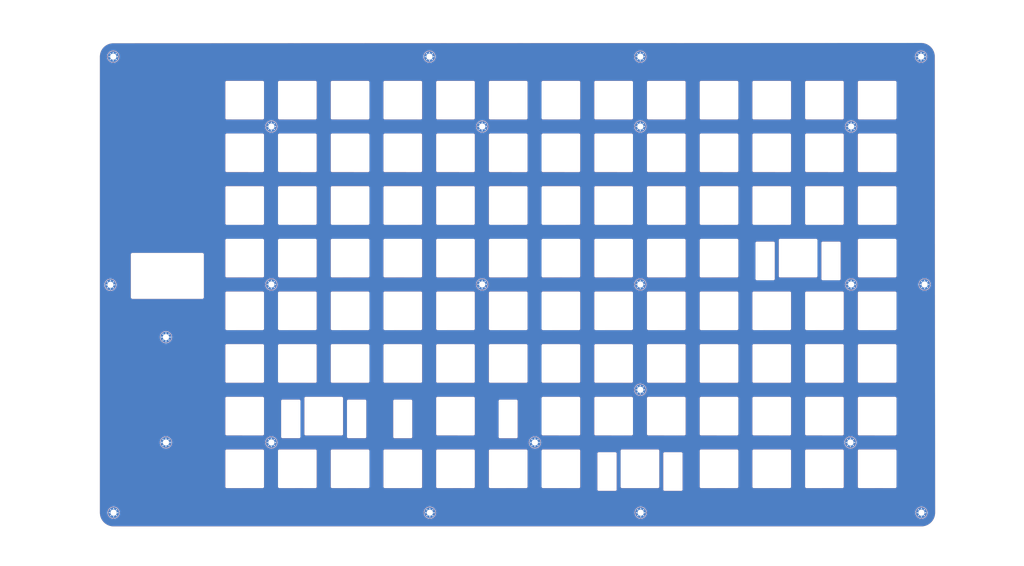
<source format=kicad_pcb>
(kicad_pcb (version 20211014) (generator pcbnew)
  (layers (0 "F.Cu" signal) (31 "B.Cu" signal) (34 "B.Paste" user) (35 "F.Paste" user) (36 "B.SilkS" user "B.Silkscreen") (37 "F.SilkS" user "F.Silkscreen") (38 "B.Mask" user) (39 "F.Mask" user) (44 "Edge.Cuts" user))
  (net 0 "")
  (footprint "acheron_MX_PlateSlots:MX100" (layer "F.Cu") (at 127.508 201.296)
    (fp_text reference "REF**")
    (fp_text value "MX100")
    (fp_line (start -7 -6.5) (end -7 6.490924) (layer "Edge.Cuts") (width 0.010007))
    (fp_line (start -6.5 -7) (end 6.5 -7) (layer "Edge.Cuts") (width 0.010007))
    (fp_line (start -6.5 6.990924) (end 6.5 7) (layer "Edge.Cuts") (width 0.010007))
    (fp_line (start 7 -6.5) (end 7 6.5) (layer "Edge.Cuts") (width 0.010007))
    (fp_arc (start -6.5 6.990924) (mid -6.853553 6.844477) (end -7 6.490924) (layer "Edge.Cuts") (width 0.010007))
    (fp_arc (start 6.5 -7) (mid 6.853553 -6.853553) (end 7 -6.5) (layer "Edge.Cuts") (width 0.010007))
    (fp_arc (start -7 -6.5) (mid -6.853553 -6.853553) (end -6.5 -7) (layer "Edge.Cuts") (width 0.010007))
    (fp_arc (start 7 6.5) (mid 6.853553 6.853553) (end 6.5 7) (layer "Edge.Cuts") (width 0.010007))
  )
  (footprint "acheron_MX_PlateSlots:MX100" (layer "F.Cu") (at 108.458 201.296)
    (fp_text reference "REF**")
    (fp_text value "MX100")
    (fp_line (start -7 -6.5) (end -7 6.490924) (layer "Edge.Cuts") (width 0.010007))
    (fp_line (start -6.5 -7) (end 6.5 -7) (layer "Edge.Cuts") (width 0.010007))
    (fp_line (start -6.5 6.990924) (end 6.5 7) (layer "Edge.Cuts") (width 0.010007))
    (fp_line (start 7 -6.5) (end 7 6.5) (layer "Edge.Cuts") (width 0.010007))
    (fp_arc (start -6.5 6.990924) (mid -6.853553 6.844477) (end -7 6.490924) (layer "Edge.Cuts") (width 0.010007))
    (fp_arc (start 6.5 -7) (mid 6.853553 -6.853553) (end 7 -6.5) (layer "Edge.Cuts") (width 0.010007))
    (fp_arc (start -7 -6.5) (mid -6.853553 -6.853553) (end -6.5 -7) (layer "Edge.Cuts") (width 0.010007))
    (fp_arc (start 7 6.5) (mid 6.853553 6.853553) (end 6.5 7) (layer "Edge.Cuts") (width 0.010007))
  )
  (footprint "acheron_MX_PlateSlots:MX100" (layer "F.Cu") (at 222.758 67.946)
    (fp_text reference "REF**")
    (fp_text value "MX100")
    (fp_line (start -7 -6.5) (end -7 6.490924) (layer "Edge.Cuts") (width 0.010007))
    (fp_line (start -6.5 -7) (end 6.5 -7) (layer "Edge.Cuts") (width 0.010007))
    (fp_line (start -6.5 6.990924) (end 6.5 7) (layer "Edge.Cuts") (width 0.010007))
    (fp_line (start 7 -6.5) (end 7 6.5) (layer "Edge.Cuts") (width 0.010007))
    (fp_arc (start -6.5 6.990924) (mid -6.853553 6.844477) (end -7 6.490924) (layer "Edge.Cuts") (width 0.010007))
    (fp_arc (start 6.5 -7) (mid 6.853553 -6.853553) (end 7 -6.5) (layer "Edge.Cuts") (width 0.010007))
    (fp_arc (start -7 -6.5) (mid -6.853553 -6.853553) (end -6.5 -7) (layer "Edge.Cuts") (width 0.010007))
    (fp_arc (start 7 6.5) (mid 6.853553 6.853553) (end 6.5 7) (layer "Edge.Cuts") (width 0.010007))
  )
  (footprint "acheron_MX_PlateSlots:MX100" (layer "F.Cu") (at 241.808 163.196)
    (fp_text reference "REF**")
    (fp_text value "MX100")
    (fp_line (start -7 -6.5) (end -7 6.490924) (layer "Edge.Cuts") (width 0.010007))
    (fp_line (start -6.5 -7) (end 6.5 -7) (layer "Edge.Cuts") (width 0.010007))
    (fp_line (start -6.5 6.990924) (end 6.5 7) (layer "Edge.Cuts") (width 0.010007))
    (fp_line (start 7 -6.5) (end 7 6.5) (layer "Edge.Cuts") (width 0.010007))
    (fp_arc (start -6.5 6.990924) (mid -6.853553 6.844477) (end -7 6.490924) (layer "Edge.Cuts") (width 0.010007))
    (fp_arc (start 6.5 -7) (mid 6.853553 -6.853553) (end 7 -6.5) (layer "Edge.Cuts") (width 0.010007))
    (fp_arc (start -7 -6.5) (mid -6.853553 -6.853553) (end -6.5 -7) (layer "Edge.Cuts") (width 0.010007))
    (fp_arc (start 7 6.5) (mid 6.853553 6.853553) (end 6.5 7) (layer "Edge.Cuts") (width 0.010007))
  )
  (footprint "acheron_MX_PlateSlots:MX100" (layer "F.Cu") (at 279.908 106.046)
    (fp_text reference "REF**")
    (fp_text value "MX100")
    (fp_line (start -7 -6.5) (end -7 6.490924) (layer "Edge.Cuts") (width 0.010007))
    (fp_line (start -6.5 -7) (end 6.5 -7) (layer "Edge.Cuts") (width 0.010007))
    (fp_line (start -6.5 6.990924) (end 6.5 7) (layer "Edge.Cuts") (width 0.010007))
    (fp_line (start 7 -6.5) (end 7 6.5) (layer "Edge.Cuts") (width 0.010007))
    (fp_arc (start -6.5 6.990924) (mid -6.853553 6.844477) (end -7 6.490924) (layer "Edge.Cuts") (width 0.010007))
    (fp_arc (start 6.5 -7) (mid 6.853553 -6.853553) (end 7 -6.5) (layer "Edge.Cuts") (width 0.010007))
    (fp_arc (start -7 -6.5) (mid -6.853553 -6.853553) (end -6.5 -7) (layer "Edge.Cuts") (width 0.010007))
    (fp_arc (start 7 6.5) (mid 6.853553 6.853553) (end 6.5 7) (layer "Edge.Cuts") (width 0.010007))
  )
  (footprint "foostan-parts:M2_HOLE_v3" (layer "F.Cu") (at 118.11 77.47)
    (fp_text reference "Ref**")
    (fp_text value "Val**")
  )
  (footprint "acheron_MX_PlateSlots:MX100" (layer "F.Cu") (at 298.958 67.946)
    (fp_text reference "REF**")
    (fp_text value "MX100")
    (fp_line (start -7 -6.5) (end -7 6.490924) (layer "Edge.Cuts") (width 0.010007))
    (fp_line (start -6.5 -7) (end 6.5 -7) (layer "Edge.Cuts") (width 0.010007))
    (fp_line (start -6.5 6.990924) (end 6.5 7) (layer "Edge.Cuts") (width 0.010007))
    (fp_line (start 7 -6.5) (end 7 6.5) (layer "Edge.Cuts") (width 0.010007))
    (fp_arc (start -6.5 6.990924) (mid -6.853553 6.844477) (end -7 6.490924) (layer "Edge.Cuts") (width 0.010007))
    (fp_arc (start 6.5 -7) (mid 6.853553 -6.853553) (end 7 -6.5) (layer "Edge.Cuts") (width 0.010007))
    (fp_arc (start -7 -6.5) (mid -6.853553 -6.853553) (end -6.5 -7) (layer "Edge.Cuts") (width 0.010007))
    (fp_arc (start 7 6.5) (mid 6.853553 6.853553) (end 6.5 7) (layer "Edge.Cuts") (width 0.010007))
  )
  (footprint "foostan-parts:M2_HOLE_v3" (layer "F.Cu") (at 80.01 153.67)
    (fp_text reference "Ref**")
    (fp_text value "Val**")
  )
  (footprint "acheron_MX_PlateSlots:MX100" (layer "F.Cu") (at 298.958 144.146)
    (fp_text reference "REF**")
    (fp_text value "MX100")
    (fp_line (start -7 -6.5) (end -7 6.490924) (layer "Edge.Cuts") (width 0.010007))
    (fp_line (start -6.5 -7) (end 6.5 -7) (layer "Edge.Cuts") (width 0.010007))
    (fp_line (start -6.5 6.990924) (end 6.5 7) (layer "Edge.Cuts") (width 0.010007))
    (fp_line (start 7 -6.5) (end 7 6.5) (layer "Edge.Cuts") (width 0.010007))
    (fp_arc (start -6.5 6.990924) (mid -6.853553 6.844477) (end -7 6.490924) (layer "Edge.Cuts") (width 0.010007))
    (fp_arc (start 6.5 -7) (mid 6.853553 -6.853553) (end 7 -6.5) (layer "Edge.Cuts") (width 0.010007))
    (fp_arc (start -7 -6.5) (mid -6.853553 -6.853553) (end -6.5 -7) (layer "Edge.Cuts") (width 0.010007))
    (fp_arc (start 7 6.5) (mid 6.853553 6.853553) (end 6.5 7) (layer "Edge.Cuts") (width 0.010007))
  )
  (footprint "acheron_MX_PlateSlots:MX100" (layer "F.Cu") (at 337.058 163.196)
    (fp_text reference "REF**")
    (fp_text value "MX100")
    (fp_line (start -7 -6.5) (end -7 6.490924) (layer "Edge.Cuts") (width 0.010007))
    (fp_line (start -6.5 -7) (end 6.5 -7) (layer "Edge.Cuts") (width 0.010007))
    (fp_line (start -6.5 6.990924) (end 6.5 7) (layer "Edge.Cuts") (width 0.010007))
    (fp_line (start 7 -6.5) (end 7 6.5) (layer "Edge.Cuts") (width 0.010007))
    (fp_arc (start -6.5 6.990924) (mid -6.853553 6.844477) (end -7 6.490924) (layer "Edge.Cuts") (width 0.010007))
    (fp_arc (start 6.5 -7) (mid 6.853553 -6.853553) (end 7 -6.5) (layer "Edge.Cuts") (width 0.010007))
    (fp_arc (start -7 -6.5) (mid -6.853553 -6.853553) (end -6.5 -7) (layer "Edge.Cuts") (width 0.010007))
    (fp_arc (start 7 6.5) (mid 6.853553 6.853553) (end 6.5 7) (layer "Edge.Cuts") (width 0.010007))
  )
  (footprint "acheron_MX_PlateSlots:MX100" (layer "F.Cu") (at 127.508 163.196)
    (fp_text reference "REF**")
    (fp_text value "MX100")
    (fp_line (start -7 -6.5) (end -7 6.490924) (layer "Edge.Cuts") (width 0.010007))
    (fp_line (start -6.5 -7) (end 6.5 -7) (layer "Edge.Cuts") (width 0.010007))
    (fp_line (start -6.5 6.990924) (end 6.5 7) (layer "Edge.Cuts") (width 0.010007))
    (fp_line (start 7 -6.5) (end 7 6.5) (layer "Edge.Cuts") (width 0.010007))
    (fp_arc (start -6.5 6.990924) (mid -6.853553 6.844477) (end -7 6.490924) (layer "Edge.Cuts") (width 0.010007))
    (fp_arc (start 6.5 -7) (mid 6.853553 -6.853553) (end 7 -6.5) (layer "Edge.Cuts") (width 0.010007))
    (fp_arc (start -7 -6.5) (mid -6.853553 -6.853553) (end -6.5 -7) (layer "Edge.Cuts") (width 0.010007))
    (fp_arc (start 7 6.5) (mid 6.853553 6.853553) (end 6.5 7) (layer "Edge.Cuts") (width 0.010007))
  )
  (footprint "foostan-parts:M2_HOLE_v3" (layer "F.Cu") (at 327.406 191.77)
    (fp_text reference "Ref**")
    (fp_text value "Val**")
  )
  (footprint "acheron_MX_PlateSlots:MX100" (layer "F.Cu") (at 318.008 144.146)
    (fp_text reference "REF**")
    (fp_text value "MX100")
    (fp_line (start -7 -6.5) (end -7 6.490924) (layer "Edge.Cuts") (width 0.010007))
    (fp_line (start -6.5 -7) (end 6.5 -7) (layer "Edge.Cuts") (width 0.010007))
    (fp_line (start -6.5 6.990924) (end 6.5 7) (layer "Edge.Cuts") (width 0.010007))
    (fp_line (start 7 -6.5) (end 7 6.5) (layer "Edge.Cuts") (width 0.010007))
    (fp_arc (start -6.5 6.990924) (mid -6.853553 6.844477) (end -7 6.490924) (layer "Edge.Cuts") (width 0.010007))
    (fp_arc (start 6.5 -7) (mid 6.853553 -6.853553) (end 7 -6.5) (layer "Edge.Cuts") (width 0.010007))
    (fp_arc (start -7 -6.5) (mid -6.853553 -6.853553) (end -6.5 -7) (layer "Edge.Cuts") (width 0.010007))
    (fp_arc (start 7 6.5) (mid 6.853553 6.853553) (end 6.5 7) (layer "Edge.Cuts") (width 0.010007))
  )
  (footprint "acheron_MX_PlateSlots:MX100" (layer "F.Cu") (at 146.558 106.046)
    (fp_text reference "REF**")
    (fp_text value "MX100")
    (fp_line (start -7 -6.5) (end -7 6.490924) (layer "Edge.Cuts") (width 0.010007))
    (fp_line (start -6.5 -7) (end 6.5 -7) (layer "Edge.Cuts") (width 0.010007))
    (fp_line (start -6.5 6.990924) (end 6.5 7) (layer "Edge.Cuts") (width 0.010007))
    (fp_line (start 7 -6.5) (end 7 6.5) (layer "Edge.Cuts") (width 0.010007))
    (fp_arc (start -6.5 6.990924) (mid -6.853553 6.844477) (end -7 6.490924) (layer "Edge.Cuts") (width 0.010007))
    (fp_arc (start 6.5 -7) (mid 6.853553 -6.853553) (end 7 -6.5) (layer "Edge.Cuts") (width 0.010007))
    (fp_arc (start -7 -6.5) (mid -6.853553 -6.853553) (end -6.5 -7) (layer "Edge.Cuts") (width 0.010007))
    (fp_arc (start 7 6.5) (mid 6.853553 6.853553) (end 6.5 7) (layer "Edge.Cuts") (width 0.010007))
  )
  (footprint "acheron_MX_PlateSlots:MX100" (layer "F.Cu") (at 241.808 144.146)
    (fp_text reference "REF**")
    (fp_text value "MX100")
    (fp_line (start -7 -6.5) (end -7 6.490924) (layer "Edge.Cuts") (width 0.010007))
    (fp_line (start -6.5 -7) (end 6.5 -7) (layer "Edge.Cuts") (width 0.010007))
    (fp_line (start -6.5 6.990924) (end 6.5 7) (layer "Edge.Cuts") (width 0.010007))
    (fp_line (start 7 -6.5) (end 7 6.5) (layer "Edge.Cuts") (width 0.010007))
    (fp_arc (start -6.5 6.990924) (mid -6.853553 6.844477) (end -7 6.490924) (layer "Edge.Cuts") (width 0.010007))
    (fp_arc (start 6.5 -7) (mid 6.853553 -6.853553) (end 7 -6.5) (layer "Edge.Cuts") (width 0.010007))
    (fp_arc (start -7 -6.5) (mid -6.853553 -6.853553) (end -6.5 -7) (layer "Edge.Cuts") (width 0.010007))
    (fp_arc (start 7 6.5) (mid 6.853553 6.853553) (end 6.5 7) (layer "Edge.Cuts") (width 0.010007))
  )
  (footprint "foostan-parts:M2_HOLE_v3" (layer "F.Cu") (at 194.31 77.47)
    (fp_text reference "Ref**")
    (fp_text value "Val**")
  )
  (footprint "acheron_MX_PlateSlots:MX100" (layer "F.Cu") (at 165.608 201.296)
    (fp_text reference "REF**")
    (fp_text value "MX100")
    (fp_line (start -7 -6.5) (end -7 6.490924) (layer "Edge.Cuts") (width 0.010007))
    (fp_line (start -6.5 -7) (end 6.5 -7) (layer "Edge.Cuts") (width 0.010007))
    (fp_line (start -6.5 6.990924) (end 6.5 7) (layer "Edge.Cuts") (width 0.010007))
    (fp_line (start 7 -6.5) (end 7 6.5) (layer "Edge.Cuts") (width 0.010007))
    (fp_arc (start -6.5 6.990924) (mid -6.853553 6.844477) (end -7 6.490924) (layer "Edge.Cuts") (width 0.010007))
    (fp_arc (start 6.5 -7) (mid 6.853553 -6.853553) (end 7 -6.5) (layer "Edge.Cuts") (width 0.010007))
    (fp_arc (start -7 -6.5) (mid -6.853553 -6.853553) (end -6.5 -7) (layer "Edge.Cuts") (width 0.010007))
    (fp_arc (start 7 6.5) (mid 6.853553 6.853553) (end 6.5 7) (layer "Edge.Cuts") (width 0.010007))
  )
  (footprint "acheron_MX_PlateSlots:MX100" (layer "F.Cu") (at 279.908 125.096)
    (fp_text reference "REF**")
    (fp_text value "MX100")
    (fp_line (start -7 -6.5) (end -7 6.490924) (layer "Edge.Cuts") (width 0.010007))
    (fp_line (start -6.5 -7) (end 6.5 -7) (layer "Edge.Cuts") (width 0.010007))
    (fp_line (start -6.5 6.990924) (end 6.5 7) (layer "Edge.Cuts") (width 0.010007))
    (fp_line (start 7 -6.5) (end 7 6.5) (layer "Edge.Cuts") (width 0.010007))
    (fp_arc (start -6.5 6.990924) (mid -6.853553 6.844477) (end -7 6.490924) (layer "Edge.Cuts") (width 0.010007))
    (fp_arc (start 6.5 -7) (mid 6.853553 -6.853553) (end 7 -6.5) (layer "Edge.Cuts") (width 0.010007))
    (fp_arc (start -7 -6.5) (mid -6.853553 -6.853553) (end -6.5 -7) (layer "Edge.Cuts") (width 0.010007))
    (fp_arc (start 7 6.5) (mid 6.853553 6.853553) (end 6.5 7) (layer "Edge.Cuts") (width 0.010007))
  )
  (footprint "acheron_MX_PlateSlots:MX100" (layer "F.Cu") (at 203.708 86.996)
    (fp_text reference "REF**")
    (fp_text value "MX100")
    (fp_line (start -7 -6.5) (end -7 6.490924) (layer "Edge.Cuts") (width 0.010007))
    (fp_line (start -6.5 -7) (end 6.5 -7) (layer "Edge.Cuts") (width 0.010007))
    (fp_line (start -6.5 6.990924) (end 6.5 7) (layer "Edge.Cuts") (width 0.010007))
    (fp_line (start 7 -6.5) (end 7 6.5) (layer "Edge.Cuts") (width 0.010007))
    (fp_arc (start -6.5 6.990924) (mid -6.853553 6.844477) (end -7 6.490924) (layer "Edge.Cuts") (width 0.010007))
    (fp_arc (start 6.5 -7) (mid 6.853553 -6.853553) (end 7 -6.5) (layer "Edge.Cuts") (width 0.010007))
    (fp_arc (start -7 -6.5) (mid -6.853553 -6.853553) (end -6.5 -7) (layer "Edge.Cuts") (width 0.010007))
    (fp_arc (start 7 6.5) (mid 6.853553 6.853553) (end 6.5 7) (layer "Edge.Cuts") (width 0.010007))
  )
  (footprint "foostan-parts:M2_HOLE_v3" (layer "F.Cu") (at 60.96 52.197)
    (fp_text reference "Ref**")
    (fp_text value "Val**")
  )
  (footprint "acheron_MX_PlateSlots:MX100" (layer "F.Cu") (at 203.708 106.046)
    (fp_text reference "REF**")
    (fp_text value "MX100")
    (fp_line (start -7 -6.5) (end -7 6.490924) (layer "Edge.Cuts") (width 0.010007))
    (fp_line (start -6.5 -7) (end 6.5 -7) (layer "Edge.Cuts") (width 0.010007))
    (fp_line (start -6.5 6.990924) (end 6.5 7) (layer "Edge.Cuts") (width 0.010007))
    (fp_line (start 7 -6.5) (end 7 6.5) (layer "Edge.Cuts") (width 0.010007))
    (fp_arc (start -6.5 6.990924) (mid -6.853553 6.844477) (end -7 6.490924) (layer "Edge.Cuts") (width 0.010007))
    (fp_arc (start 6.5 -7) (mid 6.853553 -6.853553) (end 7 -6.5) (layer "Edge.Cuts") (width 0.010007))
    (fp_arc (start -7 -6.5) (mid -6.853553 -6.853553) (end -6.5 -7) (layer "Edge.Cuts") (width 0.010007))
    (fp_arc (start 7 6.5) (mid 6.853553 6.853553) (end 6.5 7) (layer "Edge.Cuts") (width 0.010007))
  )
  (footprint "acheron_MX_PlateSlots:MX100" (layer "F.Cu") (at 127.508 86.996)
    (fp_text reference "REF**")
    (fp_text value "MX100")
    (fp_line (start -7 -6.5) (end -7 6.490924) (layer "Edge.Cuts") (width 0.010007))
    (fp_line (start -6.5 -7) (end 6.5 -7) (layer "Edge.Cuts") (width 0.010007))
    (fp_line (start -6.5 6.990924) (end 6.5 7) (layer "Edge.Cuts") (width 0.010007))
    (fp_line (start 7 -6.5) (end 7 6.5) (layer "Edge.Cuts") (width 0.010007))
    (fp_arc (start -6.5 6.990924) (mid -6.853553 6.844477) (end -7 6.490924) (layer "Edge.Cuts") (width 0.010007))
    (fp_arc (start 6.5 -7) (mid 6.853553 -6.853553) (end 7 -6.5) (layer "Edge.Cuts") (width 0.010007))
    (fp_arc (start -7 -6.5) (mid -6.853553 -6.853553) (end -6.5 -7) (layer "Edge.Cuts") (width 0.010007))
    (fp_arc (start 7 6.5) (mid 6.853553 6.853553) (end 6.5 7) (layer "Edge.Cuts") (width 0.010007))
  )
  (footprint "foostan-parts:M2_HOLE_v3" (layer "F.Cu") (at 175.26 52.197)
    (fp_text reference "Ref**")
    (fp_text value "Val**")
  )
  (footprint "acheron_MX_PlateSlots:MX100" (layer "F.Cu") (at 318.008 182.246)
    (fp_text reference "REF**")
    (fp_text value "MX100")
    (fp_line (start -7 -6.5) (end -7 6.490924) (layer "Edge.Cuts") (width 0.010007))
    (fp_line (start -6.5 -7) (end 6.5 -7) (layer "Edge.Cuts") (width 0.010007))
    (fp_line (start -6.5 6.990924) (end 6.5 7) (layer "Edge.Cuts") (width 0.010007))
    (fp_line (start 7 -6.5) (end 7 6.5) (layer "Edge.Cuts") (width 0.010007))
    (fp_arc (start -6.5 6.990924) (mid -6.853553 6.844477) (end -7 6.490924) (layer "Edge.Cuts") (width 0.010007))
    (fp_arc (start 6.5 -7) (mid 6.853553 -6.853553) (end 7 -6.5) (layer "Edge.Cuts") (width 0.010007))
    (fp_arc (start -7 -6.5) (mid -6.853553 -6.853553) (end -6.5 -7) (layer "Edge.Cuts") (width 0.010007))
    (fp_arc (start 7 6.5) (mid 6.853553 6.853553) (end 6.5 7) (layer "Edge.Cuts") (width 0.010007))
  )
  (footprint "acheron_MX_PlateSlots:MX100" (layer "F.Cu") (at 165.608 106.046)
    (fp_text reference "REF**")
    (fp_text value "MX100")
    (fp_line (start -7 -6.5) (end -7 6.490924) (layer "Edge.Cuts") (width 0.010007))
    (fp_line (start -6.5 -7) (end 6.5 -7) (layer "Edge.Cuts") (width 0.010007))
    (fp_line (start -6.5 6.990924) (end 6.5 7) (layer "Edge.Cuts") (width 0.010007))
    (fp_line (start 7 -6.5) (end 7 6.5) (layer "Edge.Cuts") (width 0.010007))
    (fp_arc (start -6.5 6.990924) (mid -6.853553 6.844477) (end -7 6.490924) (layer "Edge.Cuts") (width 0.010007))
    (fp_arc (start 6.5 -7) (mid 6.853553 -6.853553) (end 7 -6.5) (layer "Edge.Cuts") (width 0.010007))
    (fp_arc (start -7 -6.5) (mid -6.853553 -6.853553) (end -6.5 -7) (layer "Edge.Cuts") (width 0.010007))
    (fp_arc (start 7 6.5) (mid 6.853553 6.853553) (end 6.5 7) (layer "Edge.Cuts") (width 0.010007))
  )
  (footprint "foostan-parts:M2_HOLE_v3" (layer "F.Cu") (at 354.203 134.62)
    (fp_text reference "Ref**")
    (fp_text value "Val**")
  )
  (footprint "acheron_MX_PlateSlots:MX100" (layer "F.Cu") (at 184.658 86.996)
    (fp_text reference "REF**")
    (fp_text value "MX100")
    (fp_line (start -7 -6.5) (end -7 6.490924) (layer "Edge.Cuts") (width 0.010007))
    (fp_line (start -6.5 -7) (end 6.5 -7) (layer "Edge.Cuts") (width 0.010007))
    (fp_line (start -6.5 6.990924) (end 6.5 7) (layer "Edge.Cuts") (width 0.010007))
    (fp_line (start 7 -6.5) (end 7 6.5) (layer "Edge.Cuts") (width 0.010007))
    (fp_arc (start -6.5 6.990924) (mid -6.853553 6.844477) (end -7 6.490924) (layer "Edge.Cuts") (width 0.010007))
    (fp_arc (start 6.5 -7) (mid 6.853553 -6.853553) (end 7 -6.5) (layer "Edge.Cuts") (width 0.010007))
    (fp_arc (start -7 -6.5) (mid -6.853553 -6.853553) (end -6.5 -7) (layer "Edge.Cuts") (width 0.010007))
    (fp_arc (start 7 6.5) (mid 6.853553 6.853553) (end 6.5 7) (layer "Edge.Cuts") (width 0.010007))
  )
  (footprint "acheron_MX_PlateSlots:MX100" (layer "F.Cu") (at 318.008 201.296)
    (fp_text reference "REF**")
    (fp_text value "MX100")
    (fp_line (start -7 -6.5) (end -7 6.490924) (layer "Edge.Cuts") (width 0.010007))
    (fp_line (start -6.5 -7) (end 6.5 -7) (layer "Edge.Cuts") (width 0.010007))
    (fp_line (start -6.5 6.990924) (end 6.5 7) (layer "Edge.Cuts") (width 0.010007))
    (fp_line (start 7 -6.5) (end 7 6.5) (layer "Edge.Cuts") (width 0.010007))
    (fp_arc (start -6.5 6.990924) (mid -6.853553 6.844477) (end -7 6.490924) (layer "Edge.Cuts") (width 0.010007))
    (fp_arc (start 6.5 -7) (mid 6.853553 -6.853553) (end 7 -6.5) (layer "Edge.Cuts") (width 0.010007))
    (fp_arc (start -7 -6.5) (mid -6.853553 -6.853553) (end -6.5 -7) (layer "Edge.Cuts") (width 0.010007))
    (fp_arc (start 7 6.5) (mid 6.853553 6.853553) (end 6.5 7) (layer "Edge.Cuts") (width 0.010007))
  )
  (footprint "foostan-parts:M2_HOLE_v3" (layer "F.Cu") (at 80.01 191.77)
    (fp_text reference "Ref**")
    (fp_text value "Val**")
  )
  (footprint "acheron_MX_PlateSlots:MX100" (layer "F.Cu") (at 260.858 182.246)
    (fp_text reference "REF**")
    (fp_text value "MX100")
    (fp_line (start -7 -6.5) (end -7 6.490924) (layer "Edge.Cuts") (width 0.010007))
    (fp_line (start -6.5 -7) (end 6.5 -7) (layer "Edge.Cuts") (width 0.010007))
    (fp_line (start -6.5 6.990924) (end 6.5 7) (layer "Edge.Cuts") (width 0.010007))
    (fp_line (start 7 -6.5) (end 7 6.5) (layer "Edge.Cuts") (width 0.010007))
    (fp_arc (start -6.5 6.990924) (mid -6.853553 6.844477) (end -7 6.490924) (layer "Edge.Cuts") (width 0.010007))
    (fp_arc (start 6.5 -7) (mid 6.853553 -6.853553) (end 7 -6.5) (layer "Edge.Cuts") (width 0.010007))
    (fp_arc (start -7 -6.5) (mid -6.853553 -6.853553) (end -6.5 -7) (layer "Edge.Cuts") (width 0.010007))
    (fp_arc (start 7 6.5) (mid 6.853553 6.853553) (end 6.5 7) (layer "Edge.Cuts") (width 0.010007))
  )
  (footprint "acheron_MX_PlateSlots:MX100" (layer "F.Cu") (at 203.708 125.096)
    (fp_text reference "REF**")
    (fp_text value "MX100")
    (fp_line (start -7 -6.5) (end -7 6.490924) (layer "Edge.Cuts") (width 0.010007))
    (fp_line (start -6.5 -7) (end 6.5 -7) (layer "Edge.Cuts") (width 0.010007))
    (fp_line (start -6.5 6.990924) (end 6.5 7) (layer "Edge.Cuts") (width 0.010007))
    (fp_line (start 7 -6.5) (end 7 6.5) (layer "Edge.Cuts") (width 0.010007))
    (fp_arc (start -6.5 6.990924) (mid -6.853553 6.844477) (end -7 6.490924) (layer "Edge.Cuts") (width 0.010007))
    (fp_arc (start 6.5 -7) (mid 6.853553 -6.853553) (end 7 -6.5) (layer "Edge.Cuts") (width 0.010007))
    (fp_arc (start -7 -6.5) (mid -6.853553 -6.853553) (end -6.5 -7) (layer "Edge.Cuts") (width 0.010007))
    (fp_arc (start 7 6.5) (mid 6.853553 6.853553) (end 6.5 7) (layer "Edge.Cuts") (width 0.010007))
  )
  (footprint "acheron_MX_PlateSlots:MX100" (layer "F.Cu") (at 279.908 144.146)
    (fp_text reference "REF**")
    (fp_text value "MX100")
    (fp_line (start -7 -6.5) (end -7 6.490924) (layer "Edge.Cuts") (width 0.010007))
    (fp_line (start -6.5 -7) (end 6.5 -7) (layer "Edge.Cuts") (width 0.010007))
    (fp_line (start -6.5 6.990924) (end 6.5 7) (layer "Edge.Cuts") (width 0.010007))
    (fp_line (start 7 -6.5) (end 7 6.5) (layer "Edge.Cuts") (width 0.010007))
    (fp_arc (start -6.5 6.990924) (mid -6.853553 6.844477) (end -7 6.490924) (layer "Edge.Cuts") (width 0.010007))
    (fp_arc (start 6.5 -7) (mid 6.853553 -6.853553) (end 7 -6.5) (layer "Edge.Cuts") (width 0.010007))
    (fp_arc (start -7 -6.5) (mid -6.853553 -6.853553) (end -6.5 -7) (layer "Edge.Cuts") (width 0.010007))
    (fp_arc (start 7 6.5) (mid 6.853553 6.853553) (end 6.5 7) (layer "Edge.Cuts") (width 0.010007))
  )
  (footprint "acheron_MX_PlateSlots:MX100" (layer "F.Cu") (at 108.458 67.946)
    (fp_text reference "REF**")
    (fp_text value "MX100")
    (fp_line (start -7 -6.5) (end -7 6.490924) (layer "Edge.Cuts") (width 0.010007))
    (fp_line (start -6.5 -7) (end 6.5 -7) (layer "Edge.Cuts") (width 0.010007))
    (fp_line (start -6.5 6.990924) (end 6.5 7) (layer "Edge.Cuts") (width 0.010007))
    (fp_line (start 7 -6.5) (end 7 6.5) (layer "Edge.Cuts") (width 0.010007))
    (fp_arc (start -6.5 6.990924) (mid -6.853553 6.844477) (end -7 6.490924) (layer "Edge.Cuts") (width 0.010007))
    (fp_arc (start 6.5 -7) (mid 6.853553 -6.853553) (end 7 -6.5) (layer "Edge.Cuts") (width 0.010007))
    (fp_arc (start -7 -6.5) (mid -6.853553 -6.853553) (end -6.5 -7) (layer "Edge.Cuts") (width 0.010007))
    (fp_arc (start 7 6.5) (mid 6.853553 6.853553) (end 6.5 7) (layer "Edge.Cuts") (width 0.010007))
  )
  (footprint "acheron_MX_PlateSlots:MX100" (layer "F.Cu") (at 165.608 144.146)
    (fp_text reference "REF**")
    (fp_text value "MX100")
    (fp_line (start -7 -6.5) (end -7 6.490924) (layer "Edge.Cuts") (width 0.010007))
    (fp_line (start -6.5 -7) (end 6.5 -7) (layer "Edge.Cuts") (width 0.010007))
    (fp_line (start -6.5 6.990924) (end 6.5 7) (layer "Edge.Cuts") (width 0.010007))
    (fp_line (start 7 -6.5) (end 7 6.5) (layer "Edge.Cuts") (width 0.010007))
    (fp_arc (start -6.5 6.990924) (mid -6.853553 6.844477) (end -7 6.490924) (layer "Edge.Cuts") (width 0.010007))
    (fp_arc (start 6.5 -7) (mid 6.853553 -6.853553) (end 7 -6.5) (layer "Edge.Cuts") (width 0.010007))
    (fp_arc (start -7 -6.5) (mid -6.853553 -6.853553) (end -6.5 -7) (layer "Edge.Cuts") (width 0.010007))
    (fp_arc (start 7 6.5) (mid 6.853553 6.853553) (end 6.5 7) (layer "Edge.Cuts") (width 0.010007))
  )
  (footprint "acheron_MX_PlateSlots:MX100" (layer "F.Cu") (at 108.458 86.996)
    (fp_text reference "REF**")
    (fp_text value "MX100")
    (fp_line (start -7 -6.5) (end -7 6.490924) (layer "Edge.Cuts") (width 0.010007))
    (fp_line (start -6.5 -7) (end 6.5 -7) (layer "Edge.Cuts") (width 0.010007))
    (fp_line (start -6.5 6.990924) (end 6.5 7) (layer "Edge.Cuts") (width 0.010007))
    (fp_line (start 7 -6.5) (end 7 6.5) (layer "Edge.Cuts") (width 0.010007))
    (fp_arc (start -6.5 6.990924) (mid -6.853553 6.844477) (end -7 6.490924) (layer "Edge.Cuts") (width 0.010007))
    (fp_arc (start 6.5 -7) (mid 6.853553 -6.853553) (end 7 -6.5) (layer "Edge.Cuts") (width 0.010007))
    (fp_arc (start -7 -6.5) (mid -6.853553 -6.853553) (end -6.5 -7) (layer "Edge.Cuts") (width 0.010007))
    (fp_arc (start 7 6.5) (mid 6.853553 6.853553) (end 6.5 7) (layer "Edge.Cuts") (width 0.010007))
  )
  (footprint "acheron_MX_PlateSlots:MX100" (layer "F.Cu") (at 318.008 163.196)
    (fp_text reference "REF**")
    (fp_text value "MX100")
    (fp_line (start -7 -6.5) (end -7 6.490924) (layer "Edge.Cuts") (width 0.010007))
    (fp_line (start -6.5 -7) (end 6.5 -7) (layer "Edge.Cuts") (width 0.010007))
    (fp_line (start -6.5 6.990924) (end 6.5 7) (layer "Edge.Cuts") (width 0.010007))
    (fp_line (start 7 -6.5) (end 7 6.5) (layer "Edge.Cuts") (width 0.010007))
    (fp_arc (start -6.5 6.990924) (mid -6.853553 6.844477) (end -7 6.490924) (layer "Edge.Cuts") (width 0.010007))
    (fp_arc (start 6.5 -7) (mid 6.853553 -6.853553) (end 7 -6.5) (layer "Edge.Cuts") (width 0.010007))
    (fp_arc (start -7 -6.5) (mid -6.853553 -6.853553) (end -6.5 -7) (layer "Edge.Cuts") (width 0.010007))
    (fp_arc (start 7 6.5) (mid 6.853553 6.853553) (end 6.5 7) (layer "Edge.Cuts") (width 0.010007))
  )
  (footprint "acheron_MX_PlateSlots:MX100" (layer "F.Cu") (at 337.058 86.996)
    (fp_text reference "REF**")
    (fp_text value "MX100")
    (fp_line (start -7 -6.5) (end -7 6.490924) (layer "Edge.Cuts") (width 0.010007))
    (fp_line (start -6.5 -7) (end 6.5 -7) (layer "Edge.Cuts") (width 0.010007))
    (fp_line (start -6.5 6.990924) (end 6.5 7) (layer "Edge.Cuts") (width 0.010007))
    (fp_line (start 7 -6.5) (end 7 6.5) (layer "Edge.Cuts") (width 0.010007))
    (fp_arc (start -6.5 6.990924) (mid -6.853553 6.844477) (end -7 6.490924) (layer "Edge.Cuts") (width 0.010007))
    (fp_arc (start 6.5 -7) (mid 6.853553 -6.853553) (end 7 -6.5) (layer "Edge.Cuts") (width 0.010007))
    (fp_arc (start -7 -6.5) (mid -6.853553 -6.853553) (end -6.5 -7) (layer "Edge.Cuts") (width 0.010007))
    (fp_arc (start 7 6.5) (mid 6.853553 6.853553) (end 6.5 7) (layer "Edge.Cuts") (width 0.010007))
  )
  (footprint "acheron_MX_PlateSlots:MX100" (layer "F.Cu") (at 337.058 67.946)
    (fp_text reference "REF**")
    (fp_text value "MX100")
    (fp_line (start -7 -6.5) (end -7 6.490924) (layer "Edge.Cuts") (width 0.010007))
    (fp_line (start -6.5 -7) (end 6.5 -7) (layer "Edge.Cuts") (width 0.010007))
    (fp_line (start -6.5 6.990924) (end 6.5 7) (layer "Edge.Cuts") (width 0.010007))
    (fp_line (start 7 -6.5) (end 7 6.5) (layer "Edge.Cuts") (width 0.010007))
    (fp_arc (start -6.5 6.990924) (mid -6.853553 6.844477) (end -7 6.490924) (layer "Edge.Cuts") (width 0.010007))
    (fp_arc (start 6.5 -7) (mid 6.853553 -6.853553) (end 7 -6.5) (layer "Edge.Cuts") (width 0.010007))
    (fp_arc (start -7 -6.5) (mid -6.853553 -6.853553) (end -6.5 -7) (layer "Edge.Cuts") (width 0.010007))
    (fp_arc (start 7 6.5) (mid 6.853553 6.853553) (end 6.5 7) (layer "Edge.Cuts") (width 0.010007))
  )
  (footprint "acheron_MX_PlateSlots:MX100" (layer "F.Cu") (at 337.058 144.146)
    (fp_text reference "REF**")
    (fp_text value "MX100")
    (fp_line (start -7 -6.5) (end -7 6.490924) (layer "Edge.Cuts") (width 0.010007))
    (fp_line (start -6.5 -7) (end 6.5 -7) (layer "Edge.Cuts") (width 0.010007))
    (fp_line (start -6.5 6.990924) (end 6.5 7) (layer "Edge.Cuts") (width 0.010007))
    (fp_line (start 7 -6.5) (end 7 6.5) (layer "Edge.Cuts") (width 0.010007))
    (fp_arc (start -6.5 6.990924) (mid -6.853553 6.844477) (end -7 6.490924) (layer "Edge.Cuts") (width 0.010007))
    (fp_arc (start 6.5 -7) (mid 6.853553 -6.853553) (end 7 -6.5) (layer "Edge.Cuts") (width 0.010007))
    (fp_arc (start -7 -6.5) (mid -6.853553 -6.853553) (end -6.5 -7) (layer "Edge.Cuts") (width 0.010007))
    (fp_arc (start 7 6.5) (mid 6.853553 6.853553) (end 6.5 7) (layer "Edge.Cuts") (width 0.010007))
  )
  (footprint "acheron_MX_PlateSlots:MX100" (layer "F.Cu") (at 222.758 182.246)
    (fp_text reference "REF**")
    (fp_text value "MX100")
    (fp_line (start -7 -6.5) (end -7 6.490924) (layer "Edge.Cuts") (width 0.010007))
    (fp_line (start -6.5 -7) (end 6.5 -7) (layer "Edge.Cuts") (width 0.010007))
    (fp_line (start -6.5 6.990924) (end 6.5 7) (layer "Edge.Cuts") (width 0.010007))
    (fp_line (start 7 -6.5) (end 7 6.5) (layer "Edge.Cuts") (width 0.010007))
    (fp_arc (start -6.5 6.990924) (mid -6.853553 6.844477) (end -7 6.490924) (layer "Edge.Cuts") (width 0.010007))
    (fp_arc (start 6.5 -7) (mid 6.853553 -6.853553) (end 7 -6.5) (layer "Edge.Cuts") (width 0.010007))
    (fp_arc (start -7 -6.5) (mid -6.853553 -6.853553) (end -6.5 -7) (layer "Edge.Cuts") (width 0.010007))
    (fp_arc (start 7 6.5) (mid 6.853553 6.853553) (end 6.5 7) (layer "Edge.Cuts") (width 0.010007))
  )
  (footprint "acheron_MX_PlateSlots:MX100" (layer "F.Cu") (at 260.858 106.046)
    (fp_text reference "REF**")
    (fp_text value "MX100")
    (fp_line (start -7 -6.5) (end -7 6.490924) (layer "Edge.Cuts") (width 0.010007))
    (fp_line (start -6.5 -7) (end 6.5 -7) (layer "Edge.Cuts") (width 0.010007))
    (fp_line (start -6.5 6.990924) (end 6.5 7) (layer "Edge.Cuts") (width 0.010007))
    (fp_line (start 7 -6.5) (end 7 6.5) (layer "Edge.Cuts") (width 0.010007))
    (fp_arc (start -6.5 6.990924) (mid -6.853553 6.844477) (end -7 6.490924) (layer "Edge.Cuts") (width 0.010007))
    (fp_arc (start 6.5 -7) (mid 6.853553 -6.853553) (end 7 -6.5) (layer "Edge.Cuts") (width 0.010007))
    (fp_arc (start -7 -6.5) (mid -6.853553 -6.853553) (end -6.5 -7) (layer "Edge.Cuts") (width 0.010007))
    (fp_arc (start 7 6.5) (mid 6.853553 6.853553) (end 6.5 7) (layer "Edge.Cuts") (width 0.010007))
  )
  (footprint "foostan-parts:M2_HOLE_v3" (layer "F.Cu") (at 194.304374 134.592986)
    (fp_text reference "Ref**")
    (fp_text value "Val**")
  )
  (footprint "acheron_MX_PlateSlots:MX100" (layer "F.Cu") (at 298.958 86.996)
    (fp_text reference "REF**")
    (fp_text value "MX100")
    (fp_line (start -7 -6.5) (end -7 6.490924) (layer "Edge.Cuts") (width 0.010007))
    (fp_line (start -6.5 -7) (end 6.5 -7) (layer "Edge.Cuts") (width 0.010007))
    (fp_line (start -6.5 6.990924) (end 6.5 7) (layer "Edge.Cuts") (width 0.010007))
    (fp_line (start 7 -6.5) (end 7 6.5) (layer "Edge.Cuts") (width 0.010007))
    (fp_arc (start -6.5 6.990924) (mid -6.853553 6.844477) (end -7 6.490924) (layer "Edge.Cuts") (width 0.010007))
    (fp_arc (start 6.5 -7) (mid 6.853553 -6.853553) (end 7 -6.5) (layer "Edge.Cuts") (width 0.010007))
    (fp_arc (start -7 -6.5) (mid -6.853553 -6.853553) (end -6.5 -7) (layer "Edge.Cuts") (width 0.010007))
    (fp_arc (start 7 6.5) (mid 6.853553 6.853553) (end 6.5 7) (layer "Edge.Cuts") (width 0.010007))
  )
  (footprint "acheron_MX_PlateSlots:MX100" (layer "F.Cu") (at 318.008 86.996)
    (fp_text reference "REF**")
    (fp_text value "MX100")
    (fp_line (start -7 -6.5) (end -7 6.490924) (layer "Edge.Cuts") (width 0.010007))
    (fp_line (start -6.5 -7) (end 6.5 -7) (layer "Edge.Cuts") (width 0.010007))
    (fp_line (start -6.5 6.990924) (end 6.5 7) (layer "Edge.Cuts") (width 0.010007))
    (fp_line (start 7 -6.5) (end 7 6.5) (layer "Edge.Cuts") (width 0.010007))
    (fp_arc (start -6.5 6.990924) (mid -6.853553 6.844477) (end -7 6.490924) (layer "Edge.Cuts") (width 0.010007))
    (fp_arc (start 6.5 -7) (mid 6.853553 -6.853553) (end 7 -6.5) (layer "Edge.Cuts") (width 0.010007))
    (fp_arc (start -7 -6.5) (mid -6.853553 -6.853553) (end -6.5 -7) (layer "Edge.Cuts") (width 0.010007))
    (fp_arc (start 7 6.5) (mid 6.853553 6.853553) (end 6.5 7) (layer "Edge.Cuts") (width 0.010007))
  )
  (footprint "foostan-parts:M2_HOLE_v3" (layer "F.Cu") (at 251.46 52.197)
    (fp_text reference "Ref**")
    (fp_text value "Val**")
  )
  (footprint "foostan-parts:M2_HOLE_v3" (layer "F.Cu") (at 251.46 77.47)
    (fp_text reference "Ref**")
    (fp_text value "Val**")
  )
  (footprint "acheron_MX_PlateSlots:MX100" (layer "F.Cu") (at 222.758 125.096)
    (fp_text reference "REF**")
    (fp_text value "MX100")
    (fp_line (start -7 -6.5) (end -7 6.490924) (layer "Edge.Cuts") (width 0.010007))
    (fp_line (start -6.5 -7) (end 6.5 -7) (layer "Edge.Cuts") (width 0.010007))
    (fp_line (start -6.5 6.990924) (end 6.5 7) (layer "Edge.Cuts") (width 0.010007))
    (fp_line (start 7 -6.5) (end 7 6.5) (layer "Edge.Cuts") (width 0.010007))
    (fp_arc (start -6.5 6.990924) (mid -6.853553 6.844477) (end -7 6.490924) (layer "Edge.Cuts") (width 0.010007))
    (fp_arc (start 6.5 -7) (mid 6.853553 -6.853553) (end 7 -6.5) (layer "Edge.Cuts") (width 0.010007))
    (fp_arc (start -7 -6.5) (mid -6.853553 -6.853553) (end -6.5 -7) (layer "Edge.Cuts") (width 0.010007))
    (fp_arc (start 7 6.5) (mid 6.853553 6.853553) (end 6.5 7) (layer "Edge.Cuts") (width 0.010007))
  )
  (footprint "acheron_MX_PlateSlots:MX100" (layer "F.Cu") (at 127.508 67.946)
    (fp_text reference "REF**")
    (fp_text value "MX100")
    (fp_line (start -7 -6.5) (end -7 6.490924) (layer "Edge.Cuts") (width 0.010007))
    (fp_line (start -6.5 -7) (end 6.5 -7) (layer "Edge.Cuts") (width 0.010007))
    (fp_line (start -6.5 6.990924) (end 6.5 7) (layer "Edge.Cuts") (width 0.010007))
    (fp_line (start 7 -6.5) (end 7 6.5) (layer "Edge.Cuts") (width 0.010007))
    (fp_arc (start -6.5 6.990924) (mid -6.853553 6.844477) (end -7 6.490924) (layer "Edge.Cuts") (width 0.010007))
    (fp_arc (start 6.5 -7) (mid 6.853553 -6.853553) (end 7 -6.5) (layer "Edge.Cuts") (width 0.010007))
    (fp_arc (start -7 -6.5) (mid -6.853553 -6.853553) (end -6.5 -7) (layer "Edge.Cuts") (width 0.010007))
    (fp_arc (start 7 6.5) (mid 6.853553 6.853553) (end 6.5 7) (layer "Edge.Cuts") (width 0.010007))
  )
  (footprint "acheron_MX_PlateSlots:MX100" (layer "F.Cu") (at 108.458 106.046)
    (fp_text reference "REF**")
    (fp_text value "MX100")
    (fp_line (start -7 -6.5) (end -7 6.490924) (layer "Edge.Cuts") (width 0.010007))
    (fp_line (start -6.5 -7) (end 6.5 -7) (layer "Edge.Cuts") (width 0.010007))
    (fp_line (start -6.5 6.990924) (end 6.5 7) (layer "Edge.Cuts") (width 0.010007))
    (fp_line (start 7 -6.5) (end 7 6.5) (layer "Edge.Cuts") (width 0.010007))
    (fp_arc (start -6.5 6.990924) (mid -6.853553 6.844477) (end -7 6.490924) (layer "Edge.Cuts") (width 0.010007))
    (fp_arc (start 6.5 -7) (mid 6.853553 -6.853553) (end 7 -6.5) (layer "Edge.Cuts") (width 0.010007))
    (fp_arc (start -7 -6.5) (mid -6.853553 -6.853553) (end -6.5 -7) (layer "Edge.Cuts") (width 0.010007))
    (fp_arc (start 7 6.5) (mid 6.853553 6.853553) (end 6.5 7) (layer "Edge.Cuts") (width 0.010007))
  )
  (footprint "acheron_MX_PlateSlots:MX100" (layer "F.Cu") (at 298.958 163.196)
    (fp_text reference "REF**")
    (fp_text value "MX100")
    (fp_line (start -7 -6.5) (end -7 6.490924) (layer "Edge.Cuts") (width 0.010007))
    (fp_line (start -6.5 -7) (end 6.5 -7) (layer "Edge.Cuts") (width 0.010007))
    (fp_line (start -6.5 6.990924) (end 6.5 7) (layer "Edge.Cuts") (width 0.010007))
    (fp_line (start 7 -6.5) (end 7 6.5) (layer "Edge.Cuts") (width 0.010007))
    (fp_arc (start -6.5 6.990924) (mid -6.853553 6.844477) (end -7 6.490924) (layer "Edge.Cuts") (width 0.010007))
    (fp_arc (start 6.5 -7) (mid 6.853553 -6.853553) (end 7 -6.5) (layer "Edge.Cuts") (width 0.010007))
    (fp_arc (start -7 -6.5) (mid -6.853553 -6.853553) (end -6.5 -7) (layer "Edge.Cuts") (width 0.010007))
    (fp_arc (start 7 6.5) (mid 6.853553 6.853553) (end 6.5 7) (layer "Edge.Cuts") (width 0.010007))
  )
  (footprint "acheron_MX_PlateSlots:MX100" (layer "F.Cu") (at 222.758 201.296)
    (fp_text reference "REF**")
    (fp_text value "MX100")
    (fp_line (start -7 -6.5) (end -7 6.490924) (layer "Edge.Cuts") (width 0.010007))
    (fp_line (start -6.5 -7) (end 6.5 -7) (layer "Edge.Cuts") (width 0.010007))
    (fp_line (start -6.5 6.990924) (end 6.5 7) (layer "Edge.Cuts") (width 0.010007))
    (fp_line (start 7 -6.5) (end 7 6.5) (layer "Edge.Cuts") (width 0.010007))
    (fp_arc (start -6.5 6.990924) (mid -6.853553 6.844477) (end -7 6.490924) (layer "Edge.Cuts") (width 0.010007))
    (fp_arc (start 6.5 -7) (mid 6.853553 -6.853553) (end 7 -6.5) (layer "Edge.Cuts") (width 0.010007))
    (fp_arc (start -7 -6.5) (mid -6.853553 -6.853553) (end -6.5 -7) (layer "Edge.Cuts") (width 0.010007))
    (fp_arc (start 7 6.5) (mid 6.853553 6.853553) (end 6.5 7) (layer "Edge.Cuts") (width 0.010007))
  )
  (footprint "foostan-parts:MXOnly-3U" (layer "F.Cu") (at 184.658 182.372)
    (fp_text reference "REF**")
    (fp_text value "3U")
    (fp_line (start 15.576447 7.396447) (end 15.576447 -5.603561) (layer "Edge.Cuts") (width 0.010007))
    (fp_line (start -22.02 -6.110008) (end -16.11 -6.110008) (layer "Edge.Cuts") (width 0.010007))
    (fp_line (start -15.61 -5.610008) (end -15.61 7.39) (layer "Edge.Cuts") (width 0.010007))
    (fp_line (start -22.52 7.39) (end -22.52 -5.610008) (layer "Edge.Cuts") (width 0.010007))
    (fp_line (start 21.986447 7.896447) (end 16.076447 7.896447) (layer "Edge.Cuts") (width 0.010007))
    (fp_line (start -16.11 7.89) (end -22.02 7.89) (layer "Edge.Cuts") (width 0.010007))
    (fp_line (start 16.076447 -6.103561) (end 21.986447 -6.103561) (layer "Edge.Cuts") (width 0.010007))
    (fp_line (start 22.486447 -5.603561) (end 22.486447 7.396447) (layer "Edge.Cuts") (width 0.010007))
    (fp_arc (start 21.986447 -6.103561) (mid 22.34 -5.957114) (end 22.486447 -5.603561) (layer "Edge.Cuts") (width 0.010007))
    (fp_arc (start -15.61 7.39) (mid -15.756447 7.743553) (end -16.11 7.89) (layer "Edge.Cuts") (width 0.010007))
    (fp_arc (start -22.02 7.89) (mid -22.373553 7.743553) (end -22.52 7.39) (layer "Edge.Cuts") (width 0.010007))
    (fp_arc (start 15.576447 -5.603561) (mid 15.722894 -5.957114) (end 16.076447 -6.103561) (layer "Edge.Cuts") (width 0.010007))
    (fp_arc (start 16.076447 7.896447) (mid 15.722894 7.75) (end 15.576447 7.396447) (layer "Edge.Cuts") (width 0.010007))
    (fp_arc (start -16.11 -6.110008) (mid -15.756447 -5.963561) (end -15.61 -5.610008) (layer "Edge.Cuts") (width 0.010007))
    (fp_arc (start 22.486447 7.396447) (mid 22.34 7.75) (end 21.986447 7.896447) (layer "Edge.Cuts") (width 0.010007))
    (fp_arc (start -22.52 -5.610008) (mid -22.373553 -5.963561) (end -22.02 -6.110008) (layer "Edge.Cuts") (width 0.010007))
  )
  (footprint "acheron_MX_PlateSlots:MX100" (layer "F.Cu") (at 127.508 125.096)
    (fp_text reference "REF**")
    (fp_text value "MX100")
    (fp_line (start -7 -6.5) (end -7 6.490924) (layer "Edge.Cuts") (width 0.010007))
    (fp_line (start -6.5 -7) (end 6.5 -7) (layer "Edge.Cuts") (width 0.010007))
    (fp_line (start -6.5 6.990924) (end 6.5 7) (layer "Edge.Cuts") (width 0.010007))
    (fp_line (start 7 -6.5) (end 7 6.5) (layer "Edge.Cuts") (width 0.010007))
    (fp_arc (start -6.5 6.990924) (mid -6.853553 6.844477) (end -7 6.490924) (layer "Edge.Cuts") (width 0.010007))
    (fp_arc (start 6.5 -7) (mid 6.853553 -6.853553) (end 7 -6.5) (layer "Edge.Cuts") (width 0.010007))
    (fp_arc (start -7 -6.5) (mid -6.853553 -6.853553) (end -6.5 -7) (layer "Edge.Cuts") (width 0.010007))
    (fp_arc (start 7 6.5) (mid 6.853553 6.853553) (end 6.5 7) (layer "Edge.Cuts") (width 0.010007))
  )
  (footprint "foostan-parts:M2_HOLE_v3" (layer "F.Cu") (at 251.46 172.72)
    (fp_text reference "Ref**")
    (fp_text value "Val**")
  )
  (footprint "acheron_MX_PlateSlots:MX100" (layer "F.Cu") (at 146.558 144.146)
    (fp_text reference "REF**")
    (fp_text value "MX100")
    (fp_line (start -7 -6.5) (end -7 6.490924) (layer "Edge.Cuts") (width 0.010007))
    (fp_line (start -6.5 -7) (end 6.5 -7) (layer "Edge.Cuts") (width 0.010007))
    (fp_line (start -6.5 6.990924) (end 6.5 7) (layer "Edge.Cuts") (width 0.010007))
    (fp_line (start 7 -6.5) (end 7 6.5) (layer "Edge.Cuts") (width 0.010007))
    (fp_arc (start -6.5 6.990924) (mid -6.853553 6.844477) (end -7 6.490924) (layer "Edge.Cuts") (width 0.010007))
    (fp_arc (start 6.5 -7) (mid 6.853553 -6.853553) (end 7 -6.5) (layer "Edge.Cuts") (width 0.010007))
    (fp_arc (start -7 -6.5) (mid -6.853553 -6.853553) (end -6.5 -7) (layer "Edge.Cuts") (width 0.010007))
    (fp_arc (start 7 6.5) (mid 6.853553 6.853553) (end 6.5 7) (layer "Edge.Cuts") (width 0.010007))
  )
  (footprint "acheron_MX_PlateSlots:MX200" (layer "F.Cu") (at 137.033 182.245)
    (fp_text reference "REF**")
    (fp_text value "MX200")
    (fp_line (start 15.40625 7.500008) (end 15.40625 -5.5) (layer "Edge.Cuts") (width 0.010007))
    (fp_line (start -14.90625 8.000008) (end -8.90625 8.000008) (layer "Edge.Cuts") (width 0.010007))
    (fp_line (start 6.499672 7.000007) (end -6.5 7) (layer "Edge.Cuts") (width 0.010007))
    (fp_line (start -6.5 -7) (end 6.5 -7) (layer "Edge.Cuts") (width 0.010007))
    (fp_line (start -14.90625 -6) (end -8.90625 -5.999992) (layer "Edge.Cuts") (width 0.010007))
    (fp_line (start -15.40625 -5.499992) (end -15.40625 7.500008) (layer "Edge.Cuts") (width 0.010007))
    (fp_line (start -8.40625 -5.499992) (end -8.40625 7.5) (layer "Edge.Cuts") (width 0.010007))
    (fp_line (start 7 -6.5) (end 6.999672 6.500007) (layer "Edge.Cuts") (width 0.010007))
    (fp_line (start -7 -6.5) (end -7 6.5) (layer "Edge.Cuts") (width 0.010007))
    (fp_line (start 8.40625 -5.499992) (end 8.40625 7.5) (layer "Edge.Cuts") (width 0.010007))
    (fp_line (start 14.90625 -6) (end 8.90625 -6) (layer "Edge.Cuts") (width 0.010007))
    (fp_line (start 8.90625 8.000008) (end 14.90625 8.000008) (layer "Edge.Cuts") (width 0.010007))
    (fp_arc (start -6.5 7) (mid -6.853553 6.853553) (end -7 6.5) (layer "Edge.Cuts") (width 0.010007))
    (fp_arc (start -8.90625 -6) (mid -8.552697 -5.853553) (end -8.40625 -5.5) (layer "Edge.Cuts") (width 0.010007))
    (fp_arc (start 6.5 -7) (mid 6.853553 -6.853553) (end 7 -6.5) (layer "Edge.Cuts") (width 0.010007))
    (fp_arc (start 8.90625 8.000008) (mid 8.552697 7.853561) (end 8.40625 7.500008) (layer "Edge.Cuts") (width 0.010007))
    (fp_arc (start -7 -6.5) (mid -6.853553 -6.853553) (end -6.5 -7) (layer "Edge.Cuts") (width 0.010007))
    (fp_arc (start 15.40625 7.500008) (mid 15.259803 7.853561) (end 14.90625 8.000008) (layer "Edge.Cuts") (width 0.010007))
    (fp_arc (start 6.999672 6.500007) (mid 6.853225 6.85356) (end 6.499672 7.000007) (layer "Edge.Cuts") (width 0.010007))
    (fp_arc (start -8.40625 7.500008) (mid -8.552697 7.853561) (end -8.90625 8.000008) (layer "Edge.Cuts") (width 0.010007))
    (fp_arc (start 14.90625 -6) (mid 15.259803 -5.853553) (end 15.40625 -5.5) (layer "Edge.Cuts") (width 0.010007))
    (fp_arc (start -15.40625 -5.5) (mid -15.259803 -5.853553) (end -14.90625 -6) (layer "Edge.Cuts") (width 0.010007))
    (fp_arc (start 8.40625 -5.5) (mid 8.552697 -5.853553) (end 8.90625 -6) (layer "Edge.Cuts") (width 0.010007))
    (fp_arc (start -14.90625 8.000008) (mid -15.259803 7.853561) (end -15.40625 7.500008) (layer "Edge.Cuts") (width 0.010007))
  )
  (footprint "acheron_MX_PlateSlots:MX100" (layer "F.Cu") (at 260.858 125.096)
    (fp_text reference "REF**")
    (fp_text value "MX100")
    (fp_line (start -7 -6.5) (end -7 6.490924) (layer "Edge.Cuts") (width 0.010007))
    (fp_line (start -6.5 -7) (end 6.5 -7) (layer "Edge.Cuts") (width 0.010007))
    (fp_line (start -6.5 6.990924) (end 6.5 7) (layer "Edge.Cuts") (width 0.010007))
    (fp_line (start 7 -6.5) (end 7 6.5) (layer "Edge.Cuts") (width 0.010007))
    (fp_arc (start -6.5 6.990924) (mid -6.853553 6.844477) (end -7 6.490924) (layer "Edge.Cuts") (width 0.010007))
    (fp_arc (start 6.5 -7) (mid 6.853553 -6.853553) (end 7 -6.5) (layer "Edge.Cuts") (width 0.010007))
    (fp_arc (start -7 -6.5) (mid -6.853553 -6.853553) (end -6.5 -7) (layer "Edge.Cuts") (width 0.010007))
    (fp_arc (start 7 6.5) (mid 6.853553 6.853553) (end 6.5 7) (layer "Edge.Cuts") (width 0.010007))
  )
  (footprint "acheron_MX_PlateSlots:MX100" (layer "F.Cu") (at 203.708 201.296)
    (fp_text reference "REF**")
    (fp_text value "MX100")
    (fp_line (start -7 -6.5) (end -7 6.490924) (layer "Edge.Cuts") (width 0.010007))
    (fp_line (start -6.5 -7) (end 6.5 -7) (layer "Edge.Cuts") (width 0.010007))
    (fp_line (start -6.5 6.990924) (end 6.5 7) (layer "Edge.Cuts") (width 0.010007))
    (fp_line (start 7 -6.5) (end 7 6.5) (layer "Edge.Cuts") (width 0.010007))
    (fp_arc (start -6.5 6.990924) (mid -6.853553 6.844477) (end -7 6.490924) (layer "Edge.Cuts") (width 0.010007))
    (fp_arc (start 6.5 -7) (mid 6.853553 -6.853553) (end 7 -6.5) (layer "Edge.Cuts") (width 0.010007))
    (fp_arc (start -7 -6.5) (mid -6.853553 -6.853553) (end -6.5 -7) (layer "Edge.Cuts") (width 0.010007))
    (fp_arc (start 7 6.5) (mid 6.853553 6.853553) (end 6.5 7) (layer "Edge.Cuts") (width 0.010007))
  )
  (footprint "acheron_MX_PlateSlots:MX100" (layer "F.Cu") (at 279.908 86.996)
    (fp_text reference "REF**")
    (fp_text value "MX100")
    (fp_line (start -7 -6.5) (end -7 6.490924) (layer "Edge.Cuts") (width 0.010007))
    (fp_line (start -6.5 -7) (end 6.5 -7) (layer "Edge.Cuts") (width 0.010007))
    (fp_line (start -6.5 6.990924) (end 6.5 7) (layer "Edge.Cuts") (width 0.010007))
    (fp_line (start 7 -6.5) (end 7 6.5) (layer "Edge.Cuts") (width 0.010007))
    (fp_arc (start -6.5 6.990924) (mid -6.853553 6.844477) (end -7 6.490924) (layer "Edge.Cuts") (width 0.010007))
    (fp_arc (start 6.5 -7) (mid 6.853553 -6.853553) (end 7 -6.5) (layer "Edge.Cuts") (width 0.010007))
    (fp_arc (start -7 -6.5) (mid -6.853553 -6.853553) (end -6.5 -7) (layer "Edge.Cuts") (width 0.010007))
    (fp_arc (start 7 6.5) (mid 6.853553 6.853553) (end 6.5 7) (layer "Edge.Cuts") (width 0.010007))
  )
  (footprint "LOGO" (layer "F.Cu") (at 80.226952 89.952652)
    (fp_text reference "G***")
    (fp_text value "LOGO" hide)
  )
  (footprint "acheron_MX_PlateSlots:MX100" (layer "F.Cu") (at 241.808 86.996)
    (fp_text reference "REF**")
    (fp_text value "MX100")
    (fp_line (start -7 -6.5) (end -7 6.490924) (layer "Edge.Cuts") (width 0.010007))
    (fp_line (start -6.5 -7) (end 6.5 -7) (layer "Edge.Cuts") (width 0.010007))
    (fp_line (start -6.5 6.990924) (end 6.5 7) (layer "Edge.Cuts") (width 0.010007))
    (fp_line (start 7 -6.5) (end 7 6.5) (layer "Edge.Cuts") (width 0.010007))
    (fp_arc (start -6.5 6.990924) (mid -6.853553 6.844477) (end -7 6.490924) (layer "Edge.Cuts") (width 0.010007))
    (fp_arc (start 6.5 -7) (mid 6.853553 -6.853553) (end 7 -6.5) (layer "Edge.Cuts") (width 0.010007))
    (fp_arc (start -7 -6.5) (mid -6.853553 -6.853553) (end -6.5 -7) (layer "Edge.Cuts") (width 0.010007))
    (fp_arc (start 7 6.5) (mid 6.853553 6.853553) (end 6.5 7) (layer "Edge.Cuts") (width 0.010007))
  )
  (footprint "acheron_MX_PlateSlots:MX100" (layer "F.Cu") (at 108.458 144.146)
    (fp_text reference "REF**")
    (fp_text value "MX100")
    (fp_line (start -7 -6.5) (end -7 6.490924) (layer "Edge.Cuts") (width 0.010007))
    (fp_line (start -6.5 -7) (end 6.5 -7) (layer "Edge.Cuts") (width 0.010007))
    (fp_line (start -6.5 6.990924) (end 6.5 7) (layer "Edge.Cuts") (width 0.010007))
    (fp_line (start 7 -6.5) (end 7 6.5) (layer "Edge.Cuts") (width 0.010007))
    (fp_arc (start -6.5 6.990924) (mid -6.853553 6.844477) (end -7 6.490924) (layer "Edge.Cuts") (width 0.010007))
    (fp_arc (start 6.5 -7) (mid 6.853553 -6.853553) (end 7 -6.5) (layer "Edge.Cuts") (width 0.010007))
    (fp_arc (start -7 -6.5) (mid -6.853553 -6.853553) (end -6.5 -7) (layer "Edge.Cuts") (width 0.010007))
    (fp_arc (start 7 6.5) (mid 6.853553 6.853553) (end 6.5 7) (layer "Edge.Cuts") (width 0.010007))
  )
  (footprint "acheron_MX_PlateSlots:MX100" (layer "F.Cu") (at 108.458 125.096)
    (fp_text reference "REF**")
    (fp_text value "MX100")
    (fp_line (start -7 -6.5) (end -7 6.490924) (layer "Edge.Cuts") (width 0.010007))
    (fp_line (start -6.5 -7) (end 6.5 -7) (layer "Edge.Cuts") (width 0.010007))
    (fp_line (start -6.5 6.990924) (end 6.5 7) (layer "Edge.Cuts") (width 0.010007))
    (fp_line (start 7 -6.5) (end 7 6.5) (layer "Edge.Cuts") (width 0.010007))
    (fp_arc (start -6.5 6.990924) (mid -6.853553 6.844477) (end -7 6.490924) (layer "Edge.Cuts") (width 0.010007))
    (fp_arc (start 6.5 -7) (mid 6.853553 -6.853553) (end 7 -6.5) (layer "Edge.Cuts") (width 0.010007))
    (fp_arc (start -7 -6.5) (mid -6.853553 -6.853553) (end -6.5 -7) (layer "Edge.Cuts") (width 0.010007))
    (fp_arc (start 7 6.5) (mid 6.853553 6.853553) (end 6.5 7) (layer "Edge.Cuts") (width 0.010007))
  )
  (footprint "acheron_MX_PlateSlots:MX100" (layer "F.Cu") (at 260.858 144.146)
    (fp_text reference "REF**")
    (fp_text value "MX100")
    (fp_line (start -7 -6.5) (end -7 6.490924) (layer "Edge.Cuts") (width 0.010007))
    (fp_line (start -6.5 -7) (end 6.5 -7) (layer "Edge.Cuts") (width 0.010007))
    (fp_line (start -6.5 6.990924) (end 6.5 7) (layer "Edge.Cuts") (width 0.010007))
    (fp_line (start 7 -6.5) (end 7 6.5) (layer "Edge.Cuts") (width 0.010007))
    (fp_arc (start -6.5 6.990924) (mid -6.853553 6.844477) (end -7 6.490924) (layer "Edge.Cuts") (width 0.010007))
    (fp_arc (start 6.5 -7) (mid 6.853553 -6.853553) (end 7 -6.5) (layer "Edge.Cuts") (width 0.010007))
    (fp_arc (start -7 -6.5) (mid -6.853553 -6.853553) (end -6.5 -7) (layer "Edge.Cuts") (width 0.010007))
    (fp_arc (start 7 6.5) (mid 6.853553 6.853553) (end 6.5 7) (layer "Edge.Cuts") (width 0.010007))
  )
  (footprint "foostan-parts:M2_HOLE_v3" (layer "F.Cu") (at 213.36 191.77)
    (fp_text reference "Ref**")
    (fp_text value "Val**")
  )
  (footprint "acheron_MX_PlateSlots:MX100" (layer "F.Cu") (at 337.058 182.246)
    (fp_text reference "REF**")
    (fp_text value "MX100")
    (fp_line (start -7 -6.5) (end -7 6.490924) (layer "Edge.Cuts") (width 0.010007))
    (fp_line (start -6.5 -7) (end 6.5 -7) (layer "Edge.Cuts") (width 0.010007))
    (fp_line (start -6.5 6.990924) (end 6.5 7) (layer "Edge.Cuts") (width 0.010007))
    (fp_line (start 7 -6.5) (end 7 6.5) (layer "Edge.Cuts") (width 0.010007))
    (fp_arc (start -6.5 6.990924) (mid -6.853553 6.844477) (end -7 6.490924) (layer "Edge.Cuts") (width 0.010007))
    (fp_arc (start 6.5 -7) (mid 6.853553 -6.853553) (end 7 -6.5) (layer "Edge.Cuts") (width 0.010007))
    (fp_arc (start -7 -6.5) (mid -6.853553 -6.853553) (end -6.5 -7) (layer "Edge.Cuts") (width 0.010007))
    (fp_arc (start 7 6.5) (mid 6.853553 6.853553) (end 6.5 7) (layer "Edge.Cuts") (width 0.010007))
  )
  (footprint "acheron_MX_PlateSlots:MX100" (layer "F.Cu") (at 222.758 144.146)
    (fp_text reference "REF**")
    (fp_text value "MX100")
    (fp_line (start -7 -6.5) (end -7 6.490924) (layer "Edge.Cuts") (width 0.010007))
    (fp_line (start -6.5 -7) (end 6.5 -7) (layer "Edge.Cuts") (width 0.010007))
    (fp_line (start -6.5 6.990924) (end 6.5 7) (layer "Edge.Cuts") (width 0.010007))
    (fp_line (start 7 -6.5) (end 7 6.5) (layer "Edge.Cuts") (width 0.010007))
    (fp_arc (start -6.5 6.990924) (mid -6.853553 6.844477) (end -7 6.490924) (layer "Edge.Cuts") (width 0.010007))
    (fp_arc (start 6.5 -7) (mid 6.853553 -6.853553) (end 7 -6.5) (layer "Edge.Cuts") (width 0.010007))
    (fp_arc (start -7 -6.5) (mid -6.853553 -6.853553) (end -6.5 -7) (layer "Edge.Cuts") (width 0.010007))
    (fp_arc (start 7 6.5) (mid 6.853553 6.853553) (end 6.5 7) (layer "Edge.Cuts") (width 0.010007))
  )
  (footprint "acheron_MX_PlateSlots:MX100" (layer "F.Cu") (at 298.958 182.246)
    (fp_text reference "REF**")
    (fp_text value "MX100")
    (fp_line (start -7 -6.5) (end -7 6.490924) (layer "Edge.Cuts") (width 0.010007))
    (fp_line (start -6.5 -7) (end 6.5 -7) (layer "Edge.Cuts") (width 0.010007))
    (fp_line (start -6.5 6.990924) (end 6.5 7) (layer "Edge.Cuts") (width 0.010007))
    (fp_line (start 7 -6.5) (end 7 6.5) (layer "Edge.Cuts") (width 0.010007))
    (fp_arc (start -6.5 6.990924) (mid -6.853553 6.844477) (end -7 6.490924) (layer "Edge.Cuts") (width 0.010007))
    (fp_arc (start 6.5 -7) (mid 6.853553 -6.853553) (end 7 -6.5) (layer "Edge.Cuts") (width 0.010007))
    (fp_arc (start -7 -6.5) (mid -6.853553 -6.853553) (end -6.5 -7) (layer "Edge.Cuts") (width 0.010007))
    (fp_arc (start 7 6.5) (mid 6.853553 6.853553) (end 6.5 7) (layer "Edge.Cuts") (width 0.010007))
  )
  (footprint "acheron_MX_PlateSlots:MX100" (layer "F.Cu") (at 203.708 163.196)
    (fp_text reference "REF**")
    (fp_text value "MX100")
    (fp_line (start -7 -6.5) (end -7 6.490924) (layer "Edge.Cuts") (width 0.010007))
    (fp_line (start -6.5 -7) (end 6.5 -7) (layer "Edge.Cuts") (width 0.010007))
    (fp_line (start -6.5 6.990924) (end 6.5 7) (layer "Edge.Cuts") (width 0.010007))
    (fp_line (start 7 -6.5) (end 7 6.5) (layer "Edge.Cuts") (width 0.010007))
    (fp_arc (start -6.5 6.990924) (mid -6.853553 6.844477) (end -7 6.490924) (layer "Edge.Cuts") (width 0.010007))
    (fp_arc (start 6.5 -7) (mid 6.853553 -6.853553) (end 7 -6.5) (layer "Edge.Cuts") (width 0.010007))
    (fp_arc (start -7 -6.5) (mid -6.853553 -6.853553) (end -6.5 -7) (layer "Edge.Cuts") (width 0.010007))
    (fp_arc (start 7 6.5) (mid 6.853553 6.853553) (end 6.5 7) (layer "Edge.Cuts") (width 0.010007))
  )
  (footprint "acheron_MX_PlateSlots:MX100" (layer "F.Cu") (at 279.908 201.296)
    (fp_text reference "REF**")
    (fp_text value "MX100")
    (fp_line (start -7 -6.5) (end -7 6.490924) (layer "Edge.Cuts") (width 0.010007))
    (fp_line (start -6.5 -7) (end 6.5 -7) (layer "Edge.Cuts") (width 0.010007))
    (fp_line (start -6.5 6.990924) (end 6.5 7) (layer "Edge.Cuts") (width 0.010007))
    (fp_line (start 7 -6.5) (end 7 6.5) (layer "Edge.Cuts") (width 0.010007))
    (fp_arc (start -6.5 6.990924) (mid -6.853553 6.844477) (end -7 6.490924) (layer "Edge.Cuts") (width 0.010007))
    (fp_arc (start 6.5 -7) (mid 6.853553 -6.853553) (end 7 -6.5) (layer "Edge.Cuts") (width 0.010007))
    (fp_arc (start -7 -6.5) (mid -6.853553 -6.853553) (end -6.5 -7) (layer "Edge.Cuts") (width 0.010007))
    (fp_arc (start 7 6.5) (mid 6.853553 6.853553) (end 6.5 7) (layer "Edge.Cuts") (width 0.010007))
  )
  (footprint "acheron_MX_PlateSlots:MX100" (layer "F.Cu") (at 108.458 182.246)
    (fp_text reference "REF**")
    (fp_text value "MX100")
    (fp_line (start -7 -6.5) (end -7 6.490924) (layer "Edge.Cuts") (width 0.010007))
    (fp_line (start -6.5 -7) (end 6.5 -7) (layer "Edge.Cuts") (width 0.010007))
    (fp_line (start -6.5 6.990924) (end 6.5 7) (layer "Edge.Cuts") (width 0.010007))
    (fp_line (start 7 -6.5) (end 7 6.5) (layer "Edge.Cuts") (width 0.010007))
    (fp_arc (start -6.5 6.990924) (mid -6.853553 6.844477) (end -7 6.490924) (layer "Edge.Cuts") (width 0.010007))
    (fp_arc (start 6.5 -7) (mid 6.853553 -6.853553) (end 7 -6.5) (layer "Edge.Cuts") (width 0.010007))
    (fp_arc (start -7 -6.5) (mid -6.853553 -6.853553) (end -6.5 -7) (layer "Edge.Cuts") (width 0.010007))
    (fp_arc (start 7 6.5) (mid 6.853553 6.853553) (end 6.5 7) (layer "Edge.Cuts") (width 0.010007))
  )
  (footprint "acheron_MX_PlateSlots:MX100" (layer "F.Cu") (at 184.658 163.196)
    (fp_text reference "REF**")
    (fp_text value "MX100")
    (fp_line (start -7 -6.5) (end -7 6.490924) (layer "Edge.Cuts") (width 0.010007))
    (fp_line (start -6.5 -7) (end 6.5 -7) (layer "Edge.Cuts") (width 0.010007))
    (fp_line (start -6.5 6.990924) (end 6.5 7) (layer "Edge.Cuts") (width 0.010007))
    (fp_line (start 7 -6.5) (end 7 6.5) (layer "Edge.Cuts") (width 0.010007))
    (fp_arc (start -6.5 6.990924) (mid -6.853553 6.844477) (end -7 6.490924) (layer "Edge.Cuts") (width 0.010007))
    (fp_arc (start 6.5 -7) (mid 6.853553 -6.853553) (end 7 -6.5) (layer "Edge.Cuts") (width 0.010007))
    (fp_arc (start -7 -6.5) (mid -6.853553 -6.853553) (end -6.5 -7) (layer "Edge.Cuts") (width 0.010007))
    (fp_arc (start 7 6.5) (mid 6.853553 6.853553) (end 6.5 7) (layer "Edge.Cuts") (width 0.010007))
  )
  (footprint "foostan-parts:M2_HOLE_v3" (layer "F.Cu") (at 353.06 217.17)
    (fp_text reference "Ref**")
    (fp_text value "Val**")
  )
  (footprint "foostan-parts:M2_HOLE_v3" (layer "F.Cu") (at 251.46 134.62)
    (fp_text reference "Ref**")
    (fp_text value "Val**")
  )
  (footprint "acheron_MX_PlateSlots:MX100" (layer "F.Cu") (at 108.458 163.196)
    (fp_text reference "REF**")
    (fp_text value "MX100")
    (fp_line (start -7 -6.5) (end -7 6.490924) (layer "Edge.Cuts") (width 0.010007))
    (fp_line (start -6.5 -7) (end 6.5 -7) (layer "Edge.Cuts") (width 0.010007))
    (fp_line (start -6.5 6.990924) (end 6.5 7) (layer "Edge.Cuts") (width 0.010007))
    (fp_line (start 7 -6.5) (end 7 6.5) (layer "Edge.Cuts") (width 0.010007))
    (fp_arc (start -6.5 6.990924) (mid -6.853553 6.844477) (end -7 6.490924) (layer "Edge.Cuts") (width 0.010007))
    (fp_arc (start 6.5 -7) (mid 6.853553 -6.853553) (end 7 -6.5) (layer "Edge.Cuts") (width 0.010007))
    (fp_arc (start -7 -6.5) (mid -6.853553 -6.853553) (end -6.5 -7) (layer "Edge.Cuts") (width 0.010007))
    (fp_arc (start 7 6.5) (mid 6.853553 6.853553) (end 6.5 7) (layer "Edge.Cuts") (width 0.010007))
  )
  (footprint "acheron_MX_PlateSlots:MX100" (layer "F.Cu") (at 279.908 67.946)
    (fp_text reference "REF**")
    (fp_text value "MX100")
    (fp_line (start -7 -6.5) (end -7 6.490924) (layer "Edge.Cuts") (width 0.010007))
    (fp_line (start -6.5 -7) (end 6.5 -7) (layer "Edge.Cuts") (width 0.010007))
    (fp_line (start -6.5 6.990924) (end 6.5 7) (layer "Edge.Cuts") (width 0.010007))
    (fp_line (start 7 -6.5) (end 7 6.5) (layer "Edge.Cuts") (width 0.010007))
    (fp_arc (start -6.5 6.990924) (mid -6.853553 6.844477) (end -7 6.490924) (layer "Edge.Cuts") (width 0.010007))
    (fp_arc (start 6.5 -7) (mid 6.853553 -6.853553) (end 7 -6.5) (layer "Edge.Cuts") (width 0.010007))
    (fp_arc (start -7 -6.5) (mid -6.853553 -6.853553) (end -6.5 -7) (layer "Edge.Cuts") (width 0.010007))
    (fp_arc (start 7 6.5) (mid 6.853553 6.853553) (end 6.5 7) (layer "Edge.Cuts") (width 0.010007))
  )
  (footprint "acheron_MX_PlateSlots:MX100" (layer "F.Cu") (at 241.808 125.096)
    (fp_text reference "REF**")
    (fp_text value "MX100")
    (fp_line (start -7 -6.5) (end -7 6.490924) (layer "Edge.Cuts") (width 0.010007))
    (fp_line (start -6.5 -7) (end 6.5 -7) (layer "Edge.Cuts") (width 0.010007))
    (fp_line (start -6.5 6.990924) (end 6.5 7) (layer "Edge.Cuts") (width 0.010007))
    (fp_line (start 7 -6.5) (end 7 6.5) (layer "Edge.Cuts") (width 0.010007))
    (fp_arc (start -6.5 6.990924) (mid -6.853553 6.844477) (end -7 6.490924) (layer "Edge.Cuts") (width 0.010007))
    (fp_arc (start 6.5 -7) (mid 6.853553 -6.853553) (end 7 -6.5) (layer "Edge.Cuts") (width 0.010007))
    (fp_arc (start -7 -6.5) (mid -6.853553 -6.853553) (end -6.5 -7) (layer "Edge.Cuts") (width 0.010007))
    (fp_arc (start 7 6.5) (mid 6.853553 6.853553) (end 6.5 7) (layer "Edge.Cuts") (width 0.010007))
  )
  (footprint "acheron_MX_PlateSlots:MX100" (layer "F.Cu") (at 337.058 125.096)
    (fp_text reference "REF**")
    (fp_text value "MX100")
    (fp_line (start -7 -6.5) (end -7 6.490924) (layer "Edge.Cuts") (width 0.010007))
    (fp_line (start -6.5 -7) (end 6.5 -7) (layer "Edge.Cuts") (width 0.010007))
    (fp_line (start -6.5 6.990924) (end 6.5 7) (layer "Edge.Cuts") (width 0.010007))
    (fp_line (start 7 -6.5) (end 7 6.5) (layer "Edge.Cuts") (width 0.010007))
    (fp_arc (start -6.5 6.990924) (mid -6.853553 6.844477) (end -7 6.490924) (layer "Edge.Cuts") (width 0.010007))
    (fp_arc (start 6.5 -7) (mid 6.853553 -6.853553) (end 7 -6.5) (layer "Edge.Cuts") (width 0.010007))
    (fp_arc (start -7 -6.5) (mid -6.853553 -6.853553) (end -6.5 -7) (layer "Edge.Cuts") (width 0.010007))
    (fp_arc (start 7 6.5) (mid 6.853553 6.853553) (end 6.5 7) (layer "Edge.Cuts") (width 0.010007))
  )
  (footprint "acheron_MX_PlateSlots:MX200" (layer "F.Cu") (at 251.333 201.295)
    (fp_text reference "REF**")
    (fp_text value "MX200")
    (fp_line (start 8.90625 -5.999992) (end 14.90625 -5.999992) (layer "Edge.Cuts") (width 0.010007))
    (fp_line (start 7 -6.5) (end 6.999672 6.500007) (layer "Edge.Cuts") (width 0.010007))
    (fp_line (start -14.90625 8.000008) (end -8.90625 8.000008) (layer "Edge.Cuts") (width 0.010007))
    (fp_line (start -6.5 7) (end 6.5 7) (layer "Edge.Cuts") (width 0.010007))
    (fp_line (start 8.90625 8.000008) (end 14.90625 8.000008) (layer "Edge.Cuts") (width 0.010007))
    (fp_line (start -14.90625 -6) (end -8.90625 -5.999992) (layer "Edge.Cuts") (width 0.010007))
    (fp_line (start -15.40625 -5.499992) (end -15.40625 7.500008) (layer "Edge.Cuts") (width 0.010007))
    (fp_line (start -8.40625 -5.499992) (end -8.40625 7.5) (layer "Edge.Cuts") (width 0.010007))
    (fp_line (start -6.5 -7) (end 6.5 -7) (layer "Edge.Cuts") (width 0.010007))
    (fp_line (start -7 -6.5) (end -7 6.5) (layer "Edge.Cuts") (width 0.010007))
    (fp_line (start 8.40625 -5.499992) (end 8.40625 7.5) (layer "Edge.Cuts") (width 0.010007))
    (fp_line (start 15.40625 -5.499992) (end 15.40625 7.500008) (layer "Edge.Cuts") (width 0.010007))
    (fp_arc (start -6.5 7) (mid -6.853553 6.853553) (end -7 6.5) (layer "Edge.Cuts") (width 0.010007))
    (fp_arc (start -8.90625 -6) (mid -8.552697 -5.853553) (end -8.40625 -5.5) (layer "Edge.Cuts") (width 0.010007))
    (fp_arc (start 6.5 -7) (mid 6.853553 -6.853553) (end 7 -6.5) (layer "Edge.Cuts") (width 0.010007))
    (fp_arc (start 8.90625 8.000008) (mid 8.552697 7.853561) (end 8.40625 7.500008) (layer "Edge.Cuts") (width 0.010007))
    (fp_arc (start -7 -6.5) (mid -6.853553 -6.853553) (end -6.5 -7) (layer "Edge.Cuts") (width 0.010007))
    (fp_arc (start 15.40625 7.500008) (mid 15.259803 7.853561) (end 14.90625 8.000008) (layer "Edge.Cuts") (width 0.010007))
    (fp_arc (start 6.999672 6.500007) (mid 6.853225 6.85356) (end 6.499672 7.000007) (layer "Edge.Cuts") (width 0.010007))
    (fp_arc (start -8.40625 7.500008) (mid -8.552697 7.853561) (end -8.90625 8.000008) (layer "Edge.Cuts") (width 0.010007))
    (fp_arc (start 14.90625 -6) (mid 15.259803 -5.853553) (end 15.40625 -5.5) (layer "Edge.Cuts") (width 0.010007))
    (fp_arc (start -15.40625 -5.5) (mid -15.259803 -5.853553) (end -14.90625 -6) (layer "Edge.Cuts") (width 0.010007))
    (fp_arc (start 8.40625 -5.5) (mid 8.552697 -5.853553) (end 8.90625 -6) (layer "Edge.Cuts") (width 0.010007))
    (fp_arc (start -14.90625 8.000008) (mid -15.259803 7.853561) (end -15.40625 7.500008) (layer "Edge.Cuts") (width 0.010007))
  )
  (footprint "acheron_MX_PlateSlots:MX100" (layer "F.Cu") (at 146.558 163.196)
    (fp_text reference "REF**")
    (fp_text value "MX100")
    (fp_line (start -7 -6.5) (end -7 6.490924) (layer "Edge.Cuts") (width 0.010007))
    (fp_line (start -6.5 -7) (end 6.5 -7) (layer "Edge.Cuts") (width 0.010007))
    (fp_line (start -6.5 6.990924) (end 6.5 7) (layer "Edge.Cuts") (width 0.010007))
    (fp_line (start 7 -6.5) (end 7 6.5) (layer "Edge.Cuts") (width 0.010007))
    (fp_arc (start -6.5 6.990924) (mid -6.853553 6.844477) (end -7 6.490924) (layer "Edge.Cuts") (width 0.010007))
    (fp_arc (start 6.5 -7) (mid 6.853553 -6.853553) (end 7 -6.5) (layer "Edge.Cuts") (width 0.010007))
    (fp_arc (start -7 -6.5) (mid -6.853553 -6.853553) (end -6.5 -7) (layer "Edge.Cuts") (width 0.010007))
    (fp_arc (start 7 6.5) (mid 6.853553 6.853553) (end 6.5 7) (layer "Edge.Cuts") (width 0.010007))
  )
  (footprint "acheron_MX_PlateSlots:MX100" (layer "F.Cu") (at 241.808 106.046)
    (fp_text reference "REF**")
    (fp_text value "MX100")
    (fp_line (start -7 -6.5) (end -7 6.490924) (layer "Edge.Cuts") (width 0.010007))
    (fp_line (start -6.5 -7) (end 6.5 -7) (layer "Edge.Cuts") (width 0.010007))
    (fp_line (start -6.5 6.990924) (end 6.5 7) (layer "Edge.Cuts") (width 0.010007))
    (fp_line (start 7 -6.5) (end 7 6.5) (layer "Edge.Cuts") (width 0.010007))
    (fp_arc (start -6.5 6.990924) (mid -6.853553 6.844477) (end -7 6.490924) (layer "Edge.Cuts") (width 0.010007))
    (fp_arc (start 6.5 -7) (mid 6.853553 -6.853553) (end 7 -6.5) (layer "Edge.Cuts") (width 0.010007))
    (fp_arc (start -7 -6.5) (mid -6.853553 -6.853553) (end -6.5 -7) (layer "Edge.Cuts") (width 0.010007))
    (fp_arc (start 7 6.5) (mid 6.853553 6.853553) (end 6.5 7) (layer "Edge.Cuts") (width 0.010007))
  )
  (footprint "foostan-parts:M2_HOLE_v3" (layer "F.Cu") (at 118.11 134.62)
    (fp_text reference "Ref**")
    (fp_text value "Val**")
  )
  (footprint "foostan-parts:M2_HOLE_v3" (layer "F.Cu") (at 352.933 52.197)
    (fp_text reference "Ref**")
    (fp_text value "Val**")
  )
  (footprint "acheron_MX_PlateSlots:MX100" (layer "F.Cu") (at 184.658 144.146)
    (fp_text reference "REF**")
    (fp_text value "MX100")
    (fp_line (start -7 -6.5) (end -7 6.490924) (layer "Edge.Cuts") (width 0.010007))
    (fp_line (start -6.5 -7) (end 6.5 -7) (layer "Edge.Cuts") (width 0.010007))
    (fp_line (start -6.5 6.990924) (end 6.5 7) (layer "Edge.Cuts") (width 0.010007))
    (fp_line (start 7 -6.5) (end 7 6.5) (layer "Edge.Cuts") (width 0.010007))
    (fp_arc (start -6.5 6.990924) (mid -6.853553 6.844477) (end -7 6.490924) (layer "Edge.Cuts") (width 0.010007))
    (fp_arc (start 6.5 -7) (mid 6.853553 -6.853553) (end 7 -6.5) (layer "Edge.Cuts") (width 0.010007))
    (fp_arc (start -7 -6.5) (mid -6.853553 -6.853553) (end -6.5 -7) (layer "Edge.Cuts") (width 0.010007))
    (fp_arc (start 7 6.5) (mid 6.853553 6.853553) (end 6.5 7) (layer "Edge.Cuts") (width 0.010007))
  )
  (footprint "foostan-parts:M2_HOLE_v3" (layer "F.Cu") (at 61.087 217.17)
    (fp_text reference "Ref**")
    (fp_text value "Val**")
  )
  (footprint "acheron_MX_PlateSlots:MX100" (layer "F.Cu") (at 146.558 67.946)
    (fp_text reference "REF**")
    (fp_text value "MX100")
    (fp_line (start -7 -6.5) (end -7 6.490924) (layer "Edge.Cuts") (width 0.010007))
    (fp_line (start -6.5 -7) (end 6.5 -7) (layer "Edge.Cuts") (width 0.010007))
    (fp_line (start -6.5 6.990924) (end 6.5 7) (layer "Edge.Cuts") (width 0.010007))
    (fp_line (start 7 -6.5) (end 7 6.5) (layer "Edge.Cuts") (width 0.010007))
    (fp_arc (start -6.5 6.990924) (mid -6.853553 6.844477) (end -7 6.490924) (layer "Edge.Cuts") (width 0.010007))
    (fp_arc (start 6.5 -7) (mid 6.853553 -6.853553) (end 7 -6.5) (layer "Edge.Cuts") (width 0.010007))
    (fp_arc (start -7 -6.5) (mid -6.853553 -6.853553) (end -6.5 -7) (layer "Edge.Cuts") (width 0.010007))
    (fp_arc (start 7 6.5) (mid 6.853553 6.853553) (end 6.5 7) (layer "Edge.Cuts") (width 0.010007))
  )
  (footprint "acheron_MX_PlateSlots:MX200" (layer "F.Cu") (at 308.483 125.095)
    (fp_text reference "REF**")
    (fp_text value "MX200")
    (fp_line (start 8.90625 -5.999992) (end 14.90625 -5.999992) (layer "Edge.Cuts") (width 0.010007))
    (fp_line (start -14.90625 8.000008) (end -8.90625 8.000008) (layer "Edge.Cuts") (width 0.010007))
    (fp_line (start 6.5 -7) (end -6.5 -7) (layer "Edge.Cuts") (width 0.010007))
    (fp_line (start 7 -6.5) (end 6.999672 6.500007) (layer "Edge.Cuts") (width 0.010007))
    (fp_line (start 8.90625 8.000008) (end 14.90625 8.000008) (layer "Edge.Cuts") (width 0.010007))
    (fp_line (start -14.90625 -6) (end -8.90625 -5.999992) (layer "Edge.Cuts") (width 0.010007))
    (fp_line (start -15.40625 -5.499992) (end -15.40625 7.500008) (layer "Edge.Cuts") (width 0.010007))
    (fp_line (start -8.40625 -5.499992) (end -8.40625 7.5) (layer "Edge.Cuts") (width 0.010007))
    (fp_line (start 6.499672 7.000007) (end -6.5 7) (layer "Edge.Cuts") (width 0.010007))
    (fp_line (start -7 -6.5) (end -7 6.5) (layer "Edge.Cuts") (width 0.010007))
    (fp_line (start 8.40625 -5.499992) (end 8.40625 7.5) (layer "Edge.Cuts") (width 0.010007))
    (fp_line (start 15.40625 -5.499992) (end 15.40625 7.500008) (layer "Edge.Cuts") (width 0.010007))
    (fp_arc (start -6.5 7) (mid -6.853553 6.853553) (end -7 6.5) (layer "Edge.Cuts") (width 0.010007))
    (fp_arc (start -8.90625 -6) (mid -8.552697 -5.853553) (end -8.40625 -5.5) (layer "Edge.Cuts") (width 0.010007))
    (fp_arc (start 6.5 -7) (mid 6.853553 -6.853553) (end 7 -6.5) (layer "Edge.Cuts") (width 0.010007))
    (fp_arc (start 8.90625 8.000008) (mid 8.552697 7.853561) (end 8.40625 7.500008) (layer "Edge.Cuts") (width 0.010007))
    (fp_arc (start -7 -6.5) (mid -6.853553 -6.853553) (end -6.5 -7) (layer "Edge.Cuts") (width 0.010007))
    (fp_arc (start 15.40625 7.500008) (mid 15.259803 7.853561) (end 14.90625 8.000008) (layer "Edge.Cuts") (width 0.010007))
    (fp_arc (start 6.999672 6.500007) (mid 6.853225 6.85356) (end 6.499672 7.000007) (layer "Edge.Cuts") (width 0.010007))
    (fp_arc (start -8.40625 7.500008) (mid -8.552697 7.853561) (end -8.90625 8.000008) (layer "Edge.Cuts") (width 0.010007))
    (fp_arc (start 14.90625 -6) (mid 15.259803 -5.853553) (end 15.40625 -5.5) (layer "Edge.Cuts") (width 0.010007))
    (fp_arc (start -15.40625 -5.5) (mid -15.259803 -5.853553) (end -14.90625 -6) (layer "Edge.Cuts") (width 0.010007))
    (fp_arc (start 8.40625 -5.5) (mid 8.552697 -5.853553) (end 8.90625 -6) (layer "Edge.Cuts") (width 0.010007))
    (fp_arc (start -14.90625 8.000008) (mid -15.259803 7.853561) (end -15.40625 7.500008) (layer "Edge.Cuts") (width 0.010007))
  )
  (footprint "acheron_MX_PlateSlots:MX100" (layer "F.Cu") (at 165.608 67.946)
    (fp_text reference "REF**")
    (fp_text value "MX100")
    (fp_line (start -7 -6.5) (end -7 6.490924) (layer "Edge.Cuts") (width 0.010007))
    (fp_line (start -6.5 -7) (end 6.5 -7) (layer "Edge.Cuts") (width 0.010007))
    (fp_line (start -6.5 6.990924) (end 6.5 7) (layer "Edge.Cuts") (width 0.010007))
    (fp_line (start 7 -6.5) (end 7 6.5) (layer "Edge.Cuts") (width 0.010007))
    (fp_arc (start -6.5 6.990924) (mid -6.853553 6.844477) (end -7 6.490924) (layer "Edge.Cuts") (width 0.010007))
    (fp_arc (start 6.5 -7) (mid 6.853553 -6.853553) (end 7 -6.5) (layer "Edge.Cuts") (width 0.010007))
    (fp_arc (start -7 -6.5) (mid -6.853553 -6.853553) (end -6.5 -7) (layer "Edge.Cuts") (width 0.010007))
    (fp_arc (start 7 6.5) (mid 6.853553 6.853553) (end 6.5 7) (layer "Edge.Cuts") (width 0.010007))
  )
  (footprint "acheron_MX_PlateSlots:MX100" (layer "F.Cu") (at 222.758 106.046)
    (fp_text reference "REF**")
    (fp_text value "MX100")
    (fp_line (start -7 -6.5) (end -7 6.490924) (layer "Edge.Cuts") (width 0.010007))
    (fp_line (start -6.5 -7) (end 6.5 -7) (layer "Edge.Cuts") (width 0.010007))
    (fp_line (start -6.5 6.990924) (end 6.5 7) (layer "Edge.Cuts") (width 0.010007))
    (fp_line (start 7 -6.5) (end 7 6.5) (layer "Edge.Cuts") (width 0.010007))
    (fp_arc (start -6.5 6.990924) (mid -6.853553 6.844477) (end -7 6.490924) (layer "Edge.Cuts") (width 0.010007))
    (fp_arc (start 6.5 -7) (mid 6.853553 -6.853553) (end 7 -6.5) (layer "Edge.Cuts") (width 0.010007))
    (fp_arc (start -7 -6.5) (mid -6.853553 -6.853553) (end -6.5 -7) (layer "Edge.Cuts") (width 0.010007))
    (fp_arc (start 7 6.5) (mid 6.853553 6.853553) (end 6.5 7) (layer "Edge.Cuts") (width 0.010007))
  )
  (footprint "acheron_MX_PlateSlots:MX100" (layer "F.Cu") (at 337.058 106.046)
    (fp_text reference "REF**")
    (fp_text value "MX100")
    (fp_line (start -7 -6.5) (end -7 6.490924) (layer "Edge.Cuts") (width 0.010007))
    (fp_line (start -6.5 -7) (end 6.5 -7) (layer "Edge.Cuts") (width 0.010007))
    (fp_line (start -6.5 6.990924) (end 6.5 7) (layer "Edge.Cuts") (width 0.010007))
    (fp_line (start 7 -6.5) (end 7 6.5) (layer "Edge.Cuts") (width 0.010007))
    (fp_arc (start -6.5 6.990924) (mid -6.853553 6.844477) (end -7 6.490924) (layer "Edge.Cuts") (width 0.010007))
    (fp_arc (start 6.5 -7) (mid 6.853553 -6.853553) (end 7 -6.5) (layer "Edge.Cuts") (width 0.010007))
    (fp_arc (start -7 -6.5) (mid -6.853553 -6.853553) (end -6.5 -7) (layer "Edge.Cuts") (width 0.010007))
    (fp_arc (start 7 6.5) (mid 6.853553 6.853553) (end 6.5 7) (layer "Edge.Cuts") (width 0.010007))
  )
  (footprint "acheron_MX_PlateSlots:MX100" (layer "F.Cu") (at 184.658 182.245)
    (fp_text reference "REF**")
    (fp_text value "MX100")
    (fp_line (start -7 -6.5) (end -7 6.490924) (layer "Edge.Cuts") (width 0.010007))
    (fp_line (start -6.5 -7) (end 6.5 -7) (layer "Edge.Cuts") (width 0.010007))
    (fp_line (start -6.5 6.990924) (end 6.5 7) (layer "Edge.Cuts") (width 0.010007))
    (fp_line (start 7 -6.5) (end 7 6.5) (layer "Edge.Cuts") (width 0.010007))
    (fp_arc (start -6.5 6.990924) (mid -6.853553 6.844477) (end -7 6.490924) (layer "Edge.Cuts") (width 0.010007))
    (fp_arc (start 6.5 -7) (mid 6.853553 -6.853553) (end 7 -6.5) (layer "Edge.Cuts") (width 0.010007))
    (fp_arc (start -7 -6.5) (mid -6.853553 -6.853553) (end -6.5 -7) (layer "Edge.Cuts") (width 0.010007))
    (fp_arc (start 7 6.5) (mid 6.853553 6.853553) (end 6.5 7) (layer "Edge.Cuts") (width 0.010007))
  )
  (footprint "acheron_MX_PlateSlots:MX100" (layer "F.Cu") (at 241.808 67.946)
    (fp_text reference "REF**")
    (fp_text value "MX100")
    (fp_line (start -7 -6.5) (end -7 6.490924) (layer "Edge.Cuts") (width 0.010007))
    (fp_line (start -6.5 -7) (end 6.5 -7) (layer "Edge.Cuts") (width 0.010007))
    (fp_line (start -6.5 6.990924) (end 6.5 7) (layer "Edge.Cuts") (width 0.010007))
    (fp_line (start 7 -6.5) (end 7 6.5) (layer "Edge.Cuts") (width 0.010007))
    (fp_arc (start -6.5 6.990924) (mid -6.853553 6.844477) (end -7 6.490924) (layer "Edge.Cuts") (width 0.010007))
    (fp_arc (start 6.5 -7) (mid 6.853553 -6.853553) (end 7 -6.5) (layer "Edge.Cuts") (width 0.010007))
    (fp_arc (start -7 -6.5) (mid -6.853553 -6.853553) (end -6.5 -7) (layer "Edge.Cuts") (width 0.010007))
    (fp_arc (start 7 6.5) (mid 6.853553 6.853553) (end 6.5 7) (layer "Edge.Cuts") (width 0.010007))
  )
  (footprint "acheron_MX_PlateSlots:MX100" (layer "F.Cu") (at 184.658 67.946)
    (fp_text reference "REF**")
    (fp_text value "MX100")
    (fp_line (start -7 -6.5) (end -7 6.490924) (layer "Edge.Cuts") (width 0.010007))
    (fp_line (start -6.5 -7) (end 6.5 -7) (layer "Edge.Cuts") (width 0.010007))
    (fp_line (start -6.5 6.990924) (end 6.5 7) (layer "Edge.Cuts") (width 0.010007))
    (fp_line (start 7 -6.5) (end 7 6.5) (layer "Edge.Cuts") (width 0.010007))
    (fp_arc (start -6.5 6.990924) (mid -6.853553 6.844477) (end -7 6.490924) (layer "Edge.Cuts") (width 0.010007))
    (fp_arc (start 6.5 -7) (mid 6.853553 -6.853553) (end 7 -6.5) (layer "Edge.Cuts") (width 0.010007))
    (fp_arc (start -7 -6.5) (mid -6.853553 -6.853553) (end -6.5 -7) (layer "Edge.Cuts") (width 0.010007))
    (fp_arc (start 7 6.5) (mid 6.853553 6.853553) (end 6.5 7) (layer "Edge.Cuts") (width 0.010007))
  )
  (footprint "acheron_MX_PlateSlots:MX100" (layer "F.Cu") (at 146.558 201.296)
    (fp_text reference "REF**")
    (fp_text value "MX100")
    (fp_line (start -7 -6.5) (end -7 6.490924) (layer "Edge.Cuts") (width 0.010007))
    (fp_line (start -6.5 -7) (end 6.5 -7) (layer "Edge.Cuts") (width 0.010007))
    (fp_line (start -6.5 6.990924) (end 6.5 7) (layer "Edge.Cuts") (width 0.010007))
    (fp_line (start 7 -6.5) (end 7 6.5) (layer "Edge.Cuts") (width 0.010007))
    (fp_arc (start -6.5 6.990924) (mid -6.853553 6.844477) (end -7 6.490924) (layer "Edge.Cuts") (width 0.010007))
    (fp_arc (start 6.5 -7) (mid 6.853553 -6.853553) (end 7 -6.5) (layer "Edge.Cuts") (width 0.010007))
    (fp_arc (start -7 -6.5) (mid -6.853553 -6.853553) (end -6.5 -7) (layer "Edge.Cuts") (width 0.010007))
    (fp_arc (start 7 6.5) (mid 6.853553 6.853553) (end 6.5 7) (layer "Edge.Cuts") (width 0.010007))
  )
  (footprint "acheron_MX_PlateSlots:MX100" (layer "F.Cu") (at 337.058 201.296)
    (fp_text reference "REF**")
    (fp_text value "MX100")
    (fp_line (start -7 -6.5) (end -7 6.490924) (layer "Edge.Cuts") (width 0.010007))
    (fp_line (start -6.5 -7) (end 6.5 -7) (layer "Edge.Cuts") (width 0.010007))
    (fp_line (start -6.5 6.990924) (end 6.5 7) (layer "Edge.Cuts") (width 0.010007))
    (fp_line (start 7 -6.5) (end 7 6.5) (layer "Edge.Cuts") (width 0.010007))
    (fp_arc (start -6.5 6.990924) (mid -6.853553 6.844477) (end -7 6.490924) (layer "Edge.Cuts") (width 0.010007))
    (fp_arc (start 6.5 -7) (mid 6.853553 -6.853553) (end 7 -6.5) (layer "Edge.Cuts") (width 0.010007))
    (fp_arc (start -7 -6.5) (mid -6.853553 -6.853553) (end -6.5 -7) (layer "Edge.Cuts") (width 0.010007))
    (fp_arc (start 7 6.5) (mid 6.853553 6.853553) (end 6.5 7) (layer "Edge.Cuts") (width 0.010007))
  )
  (footprint "acheron_MX_PlateSlots:MX100" (layer "F.Cu") (at 318.008 67.946)
    (fp_text reference "REF**")
    (fp_text value "MX100")
    (fp_line (start -7 -6.5) (end -7 6.490924) (layer "Edge.Cuts") (width 0.010007))
    (fp_line (start -6.5 -7) (end 6.5 -7) (layer "Edge.Cuts") (width 0.010007))
    (fp_line (start -6.5 6.990924) (end 6.5 7) (layer "Edge.Cuts") (width 0.010007))
    (fp_line (start 7 -6.5) (end 7 6.5) (layer "Edge.Cuts") (width 0.010007))
    (fp_arc (start -6.5 6.990924) (mid -6.853553 6.844477) (end -7 6.490924) (layer "Edge.Cuts") (width 0.010007))
    (fp_arc (start 6.5 -7) (mid 6.853553 -6.853553) (end 7 -6.5) (layer "Edge.Cuts") (width 0.010007))
    (fp_arc (start -7 -6.5) (mid -6.853553 -6.853553) (end -6.5 -7) (layer "Edge.Cuts") (width 0.010007))
    (fp_arc (start 7 6.5) (mid 6.853553 6.853553) (end 6.5 7) (layer "Edge.Cuts") (width 0.010007))
  )
  (footprint "acheron_MX_PlateSlots:MX100" (layer "F.Cu") (at 222.758 163.196)
    (fp_text reference "REF**")
    (fp_text value "MX100")
    (fp_line (start -7 -6.5) (end -7 6.490924) (layer "Edge.Cuts") (width 0.010007))
    (fp_line (start -6.5 -7) (end 6.5 -7) (layer "Edge.Cuts") (width 0.010007))
    (fp_line (start -6.5 6.990924) (end 6.5 7) (layer "Edge.Cuts") (width 0.010007))
    (fp_line (start 7 -6.5) (end 7 6.5) (layer "Edge.Cuts") (width 0.010007))
    (fp_arc (start -6.5 6.990924) (mid -6.853553 6.844477) (end -7 6.490924) (layer "Edge.Cuts") (width 0.010007))
    (fp_arc (start 6.5 -7) (mid 6.853553 -6.853553) (end 7 -6.5) (layer "Edge.Cuts") (width 0.010007))
    (fp_arc (start -7 -6.5) (mid -6.853553 -6.853553) (end -6.5 -7) (layer "Edge.Cuts") (width 0.010007))
    (fp_arc (start 7 6.5) (mid 6.853553 6.853553) (end 6.5 7) (layer "Edge.Cuts") (width 0.010007))
  )
  (footprint "acheron_MX_PlateSlots:MX100" (layer "F.Cu") (at 279.908 163.196)
    (fp_text reference "REF**")
    (fp_text value "MX100")
    (fp_line (start -7 -6.5) (end -7 6.490924) (layer "Edge.Cuts") (width 0.010007))
    (fp_line (start -6.5 -7) (end 6.5 -7) (layer "Edge.Cuts") (width 0.010007))
    (fp_line (start -6.5 6.990924) (end 6.5 7) (layer "Edge.Cuts") (width 0.010007))
    (fp_line (start 7 -6.5) (end 7 6.5) (layer "Edge.Cuts") (width 0.010007))
    (fp_arc (start -6.5 6.990924) (mid -6.853553 6.844477) (end -7 6.490924) (layer "Edge.Cuts") (width 0.010007))
    (fp_arc (start 6.5 -7) (mid 6.853553 -6.853553) (end 7 -6.5) (layer "Edge.Cuts") (width 0.010007))
    (fp_arc (start -7 -6.5) (mid -6.853553 -6.853553) (end -6.5 -7) (layer "Edge.Cuts") (width 0.010007))
    (fp_arc (start 7 6.5) (mid 6.853553 6.853553) (end 6.5 7) (layer "Edge.Cuts") (width 0.010007))
  )
  (footprint "acheron_MX_PlateSlots:MX100" (layer "F.Cu") (at 298.958 106.046)
    (fp_text reference "REF**")
    (fp_text value "MX100")
    (fp_line (start -7 -6.5) (end -7 6.490924) (layer "Edge.Cuts") (width 0.010007))
    (fp_line (start -6.5 -7) (end 6.5 -7) (layer "Edge.Cuts") (width 0.010007))
    (fp_line (start -6.5 6.990924) (end 6.5 7) (layer "Edge.Cuts") (width 0.010007))
    (fp_line (start 7 -6.5) (end 7 6.5) (layer "Edge.Cuts") (width 0.010007))
    (fp_arc (start -6.5 6.990924) (mid -6.853553 6.844477) (end -7 6.490924) (layer "Edge.Cuts") (width 0.010007))
    (fp_arc (start 6.5 -7) (mid 6.853553 -6.853553) (end 7 -6.5) (layer "Edge.Cuts") (width 0.010007))
    (fp_arc (start -7 -6.5) (mid -6.853553 -6.853553) (end -6.5 -7) (layer "Edge.Cuts") (width 0.010007))
    (fp_arc (start 7 6.5) (mid 6.853553 6.853553) (end 6.5 7) (layer "Edge.Cuts") (width 0.010007))
  )
  (footprint "foostan-parts:M2_HOLE_v3" (layer "F.Cu") (at 175.387 217.17)
    (fp_text reference "Ref**")
    (fp_text value "Val**")
  )
  (footprint "acheron_MX_PlateSlots:MX100" (layer "F.Cu") (at 184.658 125.096)
    (fp_text reference "REF**")
    (fp_text value "MX100")
    (fp_line (start -7 -6.5) (end -7 6.490924) (layer "Edge.Cuts") (width 0.010007))
    (fp_line (start -6.5 -7) (end 6.5 -7) (layer "Edge.Cuts") (width 0.010007))
    (fp_line (start -6.5 6.990924) (end 6.5 7) (layer "Edge.Cuts") (width 0.010007))
    (fp_line (start 7 -6.5) (end 7 6.5) (layer "Edge.Cuts") (width 0.010007))
    (fp_arc (start -6.5 6.990924) (mid -6.853553 6.844477) (end -7 6.490924) (layer "Edge.Cuts") (width 0.010007))
    (fp_arc (start 6.5 -7) (mid 6.853553 -6.853553) (end 7 -6.5) (layer "Edge.Cuts") (width 0.010007))
    (fp_arc (start -7 -6.5) (mid -6.853553 -6.853553) (end -6.5 -7) (layer "Edge.Cuts") (width 0.010007))
    (fp_arc (start 7 6.5) (mid 6.853553 6.853553) (end 6.5 7) (layer "Edge.Cuts") (width 0.010007))
  )
  (footprint "acheron_MX_PlateSlots:MX100" (layer "F.Cu") (at 146.558 125.096)
    (fp_text reference "REF**")
    (fp_text value "MX100")
    (fp_line (start -7 -6.5) (end -7 6.490924) (layer "Edge.Cuts") (width 0.010007))
    (fp_line (start -6.5 -7) (end 6.5 -7) (layer "Edge.Cuts") (width 0.010007))
    (fp_line (start -6.5 6.990924) (end 6.5 7) (layer "Edge.Cuts") (width 0.010007))
    (fp_line (start 7 -6.5) (end 7 6.5) (layer "Edge.Cuts") (width 0.010007))
    (fp_arc (start -6.5 6.990924) (mid -6.853553 6.844477) (end -7 6.490924) (layer "Edge.Cuts") (width 0.010007))
    (fp_arc (start 6.5 -7) (mid 6.853553 -6.853553) (end 7 -6.5) (layer "Edge.Cuts") (width 0.010007))
    (fp_arc (start -7 -6.5) (mid -6.853553 -6.853553) (end -6.5 -7) (layer "Edge.Cuts") (width 0.010007))
    (fp_arc (start 7 6.5) (mid 6.853553 6.853553) (end 6.5 7) (layer "Edge.Cuts") (width 0.010007))
  )
  (footprint "foostan-parts:M2_HOLE_v3" (layer "F.Cu") (at 118.11 191.77)
    (fp_text reference "Ref**")
    (fp_text value "Val**")
  )
  (footprint "acheron_MX_PlateSlots:MX100" (layer "F.Cu") (at 184.658 201.296)
    (fp_text reference "REF**")
    (fp_text value "MX100")
    (fp_line (start -7 -6.5) (end -7 6.490924) (layer "Edge.Cuts") (width 0.010007))
    (fp_line (start -6.5 -7) (end 6.5 -7) (layer "Edge.Cuts") (width 0.010007))
    (fp_line (start -6.5 6.990924) (end 6.5 7) (layer "Edge.Cuts") (width 0.010007))
    (fp_line (start 7 -6.5) (end 7 6.5) (layer "Edge.Cuts") (width 0.010007))
    (fp_arc (start -6.5 6.990924) (mid -6.853553 6.844477) (end -7 6.490924) (layer "Edge.Cuts") (width 0.010007))
    (fp_arc (start 6.5 -7) (mid 6.853553 -6.853553) (end 7 -6.5) (layer "Edge.Cuts") (width 0.010007))
    (fp_arc (start -7 -6.5) (mid -6.853553 -6.853553) (end -6.5 -7) (layer "Edge.Cuts") (width 0.010007))
    (fp_arc (start 7 6.5) (mid 6.853553 6.853553) (end 6.5 7) (layer "Edge.Cuts") (width 0.010007))
  )
  (footprint "acheron_MX_PlateSlots:MX100" (layer "F.Cu") (at 165.608 163.196)
    (fp_text reference "REF**")
    (fp_text value "MX100")
    (fp_line (start -7 -6.5) (end -7 6.490924) (layer "Edge.Cuts") (width 0.010007))
    (fp_line (start -6.5 -7) (end 6.5 -7) (layer "Edge.Cuts") (width 0.010007))
    (fp_line (start -6.5 6.990924) (end 6.5 7) (layer "Edge.Cuts") (width 0.010007))
    (fp_line (start 7 -6.5) (end 7 6.5) (layer "Edge.Cuts") (width 0.010007))
    (fp_arc (start -6.5 6.990924) (mid -6.853553 6.844477) (end -7 6.490924) (layer "Edge.Cuts") (width 0.010007))
    (fp_arc (start 6.5 -7) (mid 6.853553 -6.853553) (end 7 -6.5) (layer "Edge.Cuts") (width 0.010007))
    (fp_arc (start -7 -6.5) (mid -6.853553 -6.853553) (end -6.5 -7) (layer "Edge.Cuts") (width 0.010007))
    (fp_arc (start 7 6.5) (mid 6.853553 6.853553) (end 6.5 7) (layer "Edge.Cuts") (width 0.010007))
  )
  (footprint "foostan-parts:M2_HOLE_v3" (layer "F.Cu") (at 327.66 134.62)
    (fp_text reference "Ref**")
    (fp_text value "Val**")
  )
  (footprint "acheron_MX_PlateSlots:MX100" (layer "F.Cu") (at 127.508 106.046)
    (fp_text reference "REF**")
    (fp_text value "MX100")
    (fp_line (start -7 -6.5) (end -7 6.490924) (layer "Edge.Cuts") (width 0.010007))
    (fp_line (start -6.5 -7) (end 6.5 -7) (layer "Edge.Cuts") (width 0.010007))
    (fp_line (start -6.5 6.990924) (end 6.5 7) (layer "Edge.Cuts") (width 0.010007))
    (fp_line (start 7 -6.5) (end 7 6.5) (layer "Edge.Cuts") (width 0.010007))
    (fp_arc (start -6.5 6.990924) (mid -6.853553 6.844477) (end -7 6.490924) (layer "Edge.Cuts") (width 0.010007))
    (fp_arc (start 6.5 -7) (mid 6.853553 -6.853553) (end 7 -6.5) (layer "Edge.Cuts") (width 0.010007))
    (fp_arc (start -7 -6.5) (mid -6.853553 -6.853553) (end -6.5 -7) (layer "Edge.Cuts") (width 0.010007))
    (fp_arc (start 7 6.5) (mid 6.853553 6.853553) (end 6.5 7) (layer "Edge.Cuts") (width 0.010007))
  )
  (footprint "acheron_MX_PlateSlots:MX100" (layer "F.Cu") (at 279.908 182.246)
    (fp_text reference "REF**")
    (fp_text value "MX100")
    (fp_line (start -7 -6.5) (end -7 6.490924) (layer "Edge.Cuts") (width 0.010007))
    (fp_line (start -6.5 -7) (end 6.5 -7) (layer "Edge.Cuts") (width 0.010007))
    (fp_line (start -6.5 6.990924) (end 6.5 7) (layer "Edge.Cuts") (width 0.010007))
    (fp_line (start 7 -6.5) (end 7 6.5) (layer "Edge.Cuts") (width 0.010007))
    (fp_arc (start -6.5 6.990924) (mid -6.853553 6.844477) (end -7 6.490924) (layer "Edge.Cuts") (width 0.010007))
    (fp_arc (start 6.5 -7) (mid 6.853553 -6.853553) (end 7 -6.5) (layer "Edge.Cuts") (width 0.010007))
    (fp_arc (start -7 -6.5) (mid -6.853553 -6.853553) (end -6.5 -7) (layer "Edge.Cuts") (width 0.010007))
    (fp_arc (start 7 6.5) (mid 6.853553 6.853553) (end 6.5 7) (layer "Edge.Cuts") (width 0.010007))
  )
  (footprint "acheron_MX_PlateSlots:MX100" (layer "F.Cu") (at 165.608 125.096)
    (fp_text reference "REF**")
    (fp_text value "MX100")
    (fp_line (start -7 -6.5) (end -7 6.490924) (layer "Edge.Cuts") (width 0.010007))
    (fp_line (start -6.5 -7) (end 6.5 -7) (layer "Edge.Cuts") (width 0.010007))
    (fp_line (start -6.5 6.990924) (end 6.5 7) (layer "Edge.Cuts") (width 0.010007))
    (fp_line (start 7 -6.5) (end 7 6.5) (layer "Edge.Cuts") (width 0.010007))
    (fp_arc (start -6.5 6.990924) (mid -6.853553 6.844477) (end -7 6.490924) (layer "Edge.Cuts") (width 0.010007))
    (fp_arc (start 6.5 -7) (mid 6.853553 -6.853553) (end 7 -6.5) (layer "Edge.Cuts") (width 0.010007))
    (fp_arc (start -7 -6.5) (mid -6.853553 -6.853553) (end -6.5 -7) (layer "Edge.Cuts") (width 0.010007))
    (fp_arc (start 7 6.5) (mid 6.853553 6.853553) (end 6.5 7) (layer "Edge.Cuts") (width 0.010007))
  )
  (footprint "acheron_MX_PlateSlots:MX100" (layer "F.Cu") (at 203.708 67.946)
    (fp_text reference "REF**")
    (fp_text value "MX100")
    (fp_line (start -7 -6.5) (end -7 6.490924) (layer "Edge.Cuts") (width 0.010007))
    (fp_line (start -6.5 -7) (end 6.5 -7) (layer "Edge.Cuts") (width 0.010007))
    (fp_line (start -6.5 6.990924) (end 6.5 7) (layer "Edge.Cuts") (width 0.010007))
    (fp_line (start 7 -6.5) (end 7 6.5) (layer "Edge.Cuts") (width 0.010007))
    (fp_arc (start -6.5 6.990924) (mid -6.853553 6.844477) (end -7 6.490924) (layer "Edge.Cuts") (width 0.010007))
    (fp_arc (start 6.5 -7) (mid 6.853553 -6.853553) (end 7 -6.5) (layer "Edge.Cuts") (width 0.010007))
    (fp_arc (start -7 -6.5) (mid -6.853553 -6.853553) (end -6.5 -7) (layer "Edge.Cuts") (width 0.010007))
    (fp_arc (start 7 6.5) (mid 6.853553 6.853553) (end 6.5 7) (layer "Edge.Cuts") (width 0.010007))
  )
  (footprint "foostan-parts:M2_HOLE_v3" (layer "F.Cu") (at 251.587 217.17)
    (fp_text reference "Ref**")
    (fp_text value "Val**")
  )
  (footprint "acheron_MX_PlateSlots:MX100" (layer "F.Cu") (at 260.858 86.996)
    (fp_text reference "REF**")
    (fp_text value "MX100")
    (fp_line (start -7 -6.5) (end -7 6.490924) (layer "Edge.Cuts") (width 0.010007))
    (fp_line (start -6.5 -7) (end 6.5 -7) (layer "Edge.Cuts") (width 0.010007))
    (fp_line (start -6.5 6.990924) (end 6.5 7) (layer "Edge.Cuts") (width 0.010007))
    (fp_line (start 7 -6.5) (end 7 6.5) (layer "Edge.Cuts") (width 0.010007))
    (fp_arc (start -6.5 6.990924) (mid -6.853553 6.844477) (end -7 6.490924) (layer "Edge.Cuts") (width 0.010007))
    (fp_arc (start 6.5 -7) (mid 6.853553 -6.853553) (end 7 -6.5) (layer "Edge.Cuts") (width 0.010007))
    (fp_arc (start -7 -6.5) (mid -6.853553 -6.853553) (end -6.5 -7) (layer "Edge.Cuts") (width 0.010007))
    (fp_arc (start 7 6.5) (mid 6.853553 6.853553) (end 6.5 7) (layer "Edge.Cuts") (width 0.010007))
  )
  (footprint "acheron_MX_PlateSlots:MX100" (layer "F.Cu") (at 222.758 86.996)
    (fp_text reference "REF**")
    (fp_text value "MX100")
    (fp_line (start -7 -6.5) (end -7 6.490924) (layer "Edge.Cuts") (width 0.010007))
    (fp_line (start -6.5 -7) (end 6.5 -7) (layer "Edge.Cuts") (width 0.010007))
    (fp_line (start -6.5 6.990924) (end 6.5 7) (layer "Edge.Cuts") (width 0.010007))
    (fp_line (start 7 -6.5) (end 7 6.5) (layer "Edge.Cuts") (width 0.010007))
    (fp_arc (start -6.5 6.990924) (mid -6.853553 6.844477) (end -7 6.490924) (layer "Edge.Cuts") (width 0.010007))
    (fp_arc (start 6.5 -7) (mid 6.853553 -6.853553) (end 7 -6.5) (layer "Edge.Cuts") (width 0.010007))
    (fp_arc (start -7 -6.5) (mid -6.853553 -6.853553) (end -6.5 -7) (layer "Edge.Cuts") (width 0.010007))
    (fp_arc (start 7 6.5) (mid 6.853553 6.853553) (end 6.5 7) (layer "Edge.Cuts") (width 0.010007))
  )
  (footprint "acheron_MX_PlateSlots:MX100" (layer "F.Cu") (at 184.658 106.046)
    (fp_text reference "REF**")
    (fp_text value "MX100")
    (fp_line (start -7 -6.5) (end -7 6.490924) (layer "Edge.Cuts") (width 0.010007))
    (fp_line (start -6.5 -7) (end 6.5 -7) (layer "Edge.Cuts") (width 0.010007))
    (fp_line (start -6.5 6.990924) (end 6.5 7) (layer "Edge.Cuts") (width 0.010007))
    (fp_line (start 7 -6.5) (end 7 6.5) (layer "Edge.Cuts") (width 0.010007))
    (fp_arc (start -6.5 6.990924) (mid -6.853553 6.844477) (end -7 6.490924) (layer "Edge.Cuts") (width 0.010007))
    (fp_arc (start 6.5 -7) (mid 6.853553 -6.853553) (end 7 -6.5) (layer "Edge.Cuts") (width 0.010007))
    (fp_arc (start -7 -6.5) (mid -6.853553 -6.853553) (end -6.5 -7) (layer "Edge.Cuts") (width 0.010007))
    (fp_arc (start 7 6.5) (mid 6.853553 6.853553) (end 6.5 7) (layer "Edge.Cuts") (width 0.010007))
  )
  (footprint "acheron_MX_PlateSlots:MX100" (layer "F.Cu") (at 298.958 201.296)
    (fp_text reference "REF**")
    (fp_text value "MX100")
    (fp_line (start -7 -6.5) (end -7 6.490924) (layer "Edge.Cuts") (width 0.010007))
    (fp_line (start -6.5 -7) (end 6.5 -7) (layer "Edge.Cuts") (width 0.010007))
    (fp_line (start -6.5 6.990924) (end 6.5 7) (layer "Edge.Cuts") (width 0.010007))
    (fp_line (start 7 -6.5) (end 7 6.5) (layer "Edge.Cuts") (width 0.010007))
    (fp_arc (start -6.5 6.990924) (mid -6.853553 6.844477) (end -7 6.490924) (layer "Edge.Cuts") (width 0.010007))
    (fp_arc (start 6.5 -7) (mid 6.853553 -6.853553) (end 7 -6.5) (layer "Edge.Cuts") (width 0.010007))
    (fp_arc (start -7 -6.5) (mid -6.853553 -6.853553) (end -6.5 -7) (layer "Edge.Cuts") (width 0.010007))
    (fp_arc (start 7 6.5) (mid 6.853553 6.853553) (end 6.5 7) (layer "Edge.Cuts") (width 0.010007))
  )
  (footprint "acheron_MX_PlateSlots:MX100" (layer "F.Cu") (at 241.808 182.246)
    (fp_text reference "REF**")
    (fp_text value "MX100")
    (fp_line (start -7 -6.5) (end -7 6.490924) (layer "Edge.Cuts") (width 0.010007))
    (fp_line (start -6.5 -7) (end 6.5 -7) (layer "Edge.Cuts") (width 0.010007))
    (fp_line (start -6.5 6.990924) (end 6.5 7) (layer "Edge.Cuts") (width 0.010007))
    (fp_line (start 7 -6.5) (end 7 6.5) (layer "Edge.Cuts") (width 0.010007))
    (fp_arc (start -6.5 6.990924) (mid -6.853553 6.844477) (end -7 6.490924) (layer "Edge.Cuts") (width 0.010007))
    (fp_arc (start 6.5 -7) (mid 6.853553 -6.853553) (end 7 -6.5) (layer "Edge.Cuts") (width 0.010007))
    (fp_arc (start -7 -6.5) (mid -6.853553 -6.853553) (end -6.5 -7) (layer "Edge.Cuts") (width 0.010007))
    (fp_arc (start 7 6.5) (mid 6.853553 6.853553) (end 6.5 7) (layer "Edge.Cuts") (width 0.010007))
  )
  (footprint "acheron_MX_PlateSlots:MX100" (layer "F.Cu") (at 127.508 144.146)
    (fp_text reference "REF**")
    (fp_text value "MX100")
    (fp_line (start -7 -6.5) (end -7 6.490924) (layer "Edge.Cuts") (width 0.010007))
    (fp_line (start -6.5 -7) (end 6.5 -7) (layer "Edge.Cuts") (width 0.010007))
    (fp_line (start -6.5 6.990924) (end 6.5 7) (layer "Edge.Cuts") (width 0.010007))
    (fp_line (start 7 -6.5) (end 7 6.5) (layer "Edge.Cuts") (width 0.010007))
    (fp_arc (start -6.5 6.990924) (mid -6.853553 6.844477) (end -7 6.490924) (layer "Edge.Cuts") (width 0.010007))
    (fp_arc (start 6.5 -7) (mid 6.853553 -6.853553) (end 7 -6.5) (layer "Edge.Cuts") (width 0.010007))
    (fp_arc (start -7 -6.5) (mid -6.853553 -6.853553) (end -6.5 -7) (layer "Edge.Cuts") (width 0.010007))
    (fp_arc (start 7 6.5) (mid 6.853553 6.853553) (end 6.5 7) (layer "Edge.Cuts") (width 0.010007))
  )
  (footprint "foostan-parts:M2_HOLE_v3" (layer "F.Cu") (at 59.944 134.747)
    (fp_text reference "Ref**")
    (fp_text value "Val**")
  )
  (footprint "acheron_MX_PlateSlots:MX100" (layer "F.Cu") (at 203.708 144.146)
    (fp_text reference "REF**")
    (fp_text value "MX100")
    (fp_line (start -7 -6.5) (end -7 6.490924) (layer "Edge.Cuts") (width 0.010007))
    (fp_line (start -6.5 -7) (end 6.5 -7) (layer "Edge.Cuts") (width 0.010007))
    (fp_line (start -6.5 6.990924) (end 6.5 7) (layer "Edge.Cuts") (width 0.010007))
    (fp_line (start 7 -6.5) (end 7 6.5) (layer "Edge.Cuts") (width 0.010007))
    (fp_arc (start -6.5 6.990924) (mid -6.853553 6.844477) (end -7 6.490924) (layer "Edge.Cuts") (width 0.010007))
    (fp_arc (start 6.5 -7) (mid 6.853553 -6.853553) (end 7 -6.5) (layer "Edge.Cuts") (width 0.010007))
    (fp_arc (start -7 -6.5) (mid -6.853553 -6.853553) (end -6.5 -7) (layer "Edge.Cuts") (width 0.010007))
    (fp_arc (start 7 6.5) (mid 6.853553 6.853553) (end 6.5 7) (layer "Edge.Cuts") (width 0.010007))
  )
  (footprint "acheron_MX_PlateSlots:MX100" (layer "F.Cu") (at 146.558 86.996)
    (fp_text reference "REF**")
    (fp_text value "MX100")
    (fp_line (start -7 -6.5) (end -7 6.490924) (layer "Edge.Cuts") (width 0.010007))
    (fp_line (start -6.5 -7) (end 6.5 -7) (layer "Edge.Cuts") (width 0.010007))
    (fp_line (start -6.5 6.990924) (end 6.5 7) (layer "Edge.Cuts") (width 0.010007))
    (fp_line (start 7 -6.5) (end 7 6.5) (layer "Edge.Cuts") (width 0.010007))
    (fp_arc (start -6.5 6.990924) (mid -6.853553 6.844477) (end -7 6.490924) (layer "Edge.Cuts") (width 0.010007))
    (fp_arc (start 6.5 -7) (mid 6.853553 -6.853553) (end 7 -6.5) (layer "Edge.Cuts") (width 0.010007))
    (fp_arc (start -7 -6.5) (mid -6.853553 -6.853553) (end -6.5 -7) (layer "Edge.Cuts") (width 0.010007))
    (fp_arc (start 7 6.5) (mid 6.853553 6.853553) (end 6.5 7) (layer "Edge.Cuts") (width 0.010007))
  )
  (footprint "foostan-parts:M2_HOLE_v3" (layer "F.Cu") (at 327.66 77.47)
    (fp_text reference "Ref**")
    (fp_text value "Val**")
  )
  (footprint "acheron_MX_PlateSlots:MX100" (layer "F.Cu") (at 260.858 67.946)
    (fp_text reference "REF**")
    (fp_text value "MX100")
    (fp_line (start -7 -6.5) (end -7 6.490924) (layer "Edge.Cuts") (width 0.010007))
    (fp_line (start -6.5 -7) (end 6.5 -7) (layer "Edge.Cuts") (width 0.010007))
    (fp_line (start -6.5 6.990924) (end 6.5 7) (layer "Edge.Cuts") (width 0.010007))
    (fp_line (start 7 -6.5) (end 7 6.5) (layer "Edge.Cuts") (width 0.010007))
    (fp_arc (start -6.5 6.990924) (mid -6.853553 6.844477) (end -7 6.490924) (layer "Edge.Cuts") (width 0.010007))
    (fp_arc (start 6.5 -7) (mid 6.853553 -6.853553) (end 7 -6.5) (layer "Edge.Cuts") (width 0.010007))
    (fp_arc (start -7 -6.5) (mid -6.853553 -6.853553) (end -6.5 -7) (layer "Edge.Cuts") (width 0.010007))
    (fp_arc (start 7 6.5) (mid 6.853553 6.853553) (end 6.5 7) (layer "Edge.Cuts") (width 0.010007))
  )
  (footprint "acheron_MX_PlateSlots:MX100" (layer "F.Cu") (at 318.008 106.046)
    (fp_text reference "REF**")
    (fp_text value "MX100")
    (fp_line (start -7 -6.5) (end -7 6.490924) (layer "Edge.Cuts") (width 0.010007))
    (fp_line (start -6.5 -7) (end 6.5 -7) (layer "Edge.Cuts") (width 0.010007))
    (fp_line (start -6.5 6.990924) (end 6.5 7) (layer "Edge.Cuts") (width 0.010007))
    (fp_line (start 7 -6.5) (end 7 6.5) (layer "Edge.Cuts") (width 0.010007))
    (fp_arc (start -6.5 6.990924) (mid -6.853553 6.844477) (end -7 6.490924) (layer "Edge.Cuts") (width 0.010007))
    (fp_arc (start 6.5 -7) (mid 6.853553 -6.853553) (end 7 -6.5) (layer "Edge.Cuts") (width 0.010007))
    (fp_arc (start -7 -6.5) (mid -6.853553 -6.853553) (end -6.5 -7) (layer "Edge.Cuts") (width 0.010007))
    (fp_arc (start 7 6.5) (mid 6.853553 6.853553) (end 6.5 7) (layer "Edge.Cuts") (width 0.010007))
  )
  (footprint "acheron_MX_PlateSlots:MX100" (layer "F.Cu") (at 165.608 86.996)
    (fp_text reference "REF**")
    (fp_text value "MX100")
    (fp_line (start -7 -6.5) (end -7 6.490924) (layer "Edge.Cuts") (width 0.010007))
    (fp_line (start -6.5 -7) (end 6.5 -7) (layer "Edge.Cuts") (width 0.010007))
    (fp_line (start -6.5 6.990924) (end 6.5 7) (layer "Edge.Cuts") (width 0.010007))
    (fp_line (start 7 -6.5) (end 7 6.5) (layer "Edge.Cuts") (width 0.010007))
    (fp_arc (start -6.5 6.990924) (mid -6.853553 6.844477) (end -7 6.490924) (layer "Edge.Cuts") (width 0.010007))
    (fp_arc (start 6.5 -7) (mid 6.853553 -6.853553) (end 7 -6.5) (layer "Edge.Cuts") (width 0.010007))
    (fp_arc (start -7 -6.5) (mid -6.853553 -6.853553) (end -6.5 -7) (layer "Edge.Cuts") (width 0.010007))
    (fp_arc (start 7 6.5) (mid 6.853553 6.853553) (end 6.5 7) (layer "Edge.Cuts") (width 0.010007))
  )
  (footprint "acheron_MX_PlateSlots:MX100" (layer "F.Cu") (at 260.858 163.196)
    (fp_text reference "REF**")
    (fp_text value "MX100")
    (fp_line (start -7 -6.5) (end -7 6.490924) (layer "Edge.Cuts") (width 0.010007))
    (fp_line (start -6.5 -7) (end 6.5 -7) (layer "Edge.Cuts") (width 0.010007))
    (fp_line (start -6.5 6.990924) (end 6.5 7) (layer "Edge.Cuts") (width 0.010007))
    (fp_line (start 7 -6.5) (end 7 6.5) (layer "Edge.Cuts") (width 0.010007))
    (fp_arc (start -6.5 6.990924) (mid -6.853553 6.844477) (end -7 6.490924) (layer "Edge.Cuts") (width 0.010007))
    (fp_arc (start 6.5 -7) (mid 6.853553 -6.853553) (end 7 -6.5) (layer "Edge.Cuts") (width 0.010007))
    (fp_arc (start -7 -6.5) (mid -6.853553 -6.853553) (end -6.5 -7) (layer "Edge.Cuts") (width 0.010007))
    (fp_arc (start 7 6.5) (mid 6.853553 6.853553) (end 6.5 7) (layer "Edge.Cuts") (width 0.010007))
  )
  (footprint "LOGO" (layer "B.Cu") (at 79.158048 89.825652 180)
    (fp_text reference "G***")
    (fp_text value "LOGO" hide)
  )
  (gr_arc (start 93.726 139.192) (mid 93.540013 139.641013) (end 93.091 139.827) (layer "Edge.Cuts") (width 0.05))
  (gr_line (start 61.087 222.123) (end 353.06 222.123) (layer "Edge.Cuts") (width 0.05))
  (gr_line (start 93.726 123.825) (end 93.726 139.192) (layer "Edge.Cuts") (width 0.05))
  (gr_arc (start 67.31 123.825) (mid 67.495987 123.375987) (end 67.945 123.19) (layer "Edge.Cuts") (width 0.05))
  (gr_arc (start 358.013 217.17) (mid 356.5623 220.6723) (end 353.06 222.123) (layer "Edge.Cuts") (width 0.05))
  (gr_arc (start 56.134 52.197) (mid 57.547503 48.784503) (end 60.96 47.371) (layer "Edge.Cuts") (width 0.05))
  (gr_line (start 358.013 217.17) (end 357.886 52.197) (layer "Edge.Cuts") (width 0.05))
  (gr_line (start 67.945 123.19) (end 93.091 123.19) (layer "Edge.Cuts") (width 0.05))
  (gr_arc (start 67.945 139.827) (mid 67.495987 139.641013) (end 67.31 139.192) (layer "Edge.Cuts") (width 0.05))
  (gr_line (start 60.96 47.371) (end 352.933 47.244) (layer "Edge.Cuts") (width 0.05))
  (gr_arc (start 352.933 47.244) (mid 356.4353 48.6947) (end 357.886 52.197) (layer "Edge.Cuts") (width 0.05))
  (gr_line (start 67.31 139.192) (end 67.31 123.825) (layer "Edge.Cuts") (width 0.05))
  (gr_arc (start 61.087 222.123) (mid 57.5847 220.6723) (end 56.134 217.17) (layer "Edge.Cuts") (width 0.05))
  (gr_arc (start 93.091 123.19) (mid 93.540013 123.375987) (end 93.726 123.825) (layer "Edge.Cuts") (width 0.05))
  (gr_line (start 93.091 139.827) (end 67.945 139.827) (layer "Edge.Cuts") (width 0.05))
  (gr_line (start 56.134 217.17) (end 56.134 52.197) (layer "Edge.Cuts") (width 0.05))
  (zone (net 0) (net_name "") (layers F&B.Cu) (name "GND Fill") (connect_pads (clearance 0)) (min_thickness 0.254) (fill yes (thermal_gap 0.508) (thermal_bridge_width 0.508))
    (polygon (pts (xy 390.144 31.75) (xy 390.132521 236.55464) (xy 20.058521 236.48464) (xy 20.03 31.71)))
  )
)
</source>
